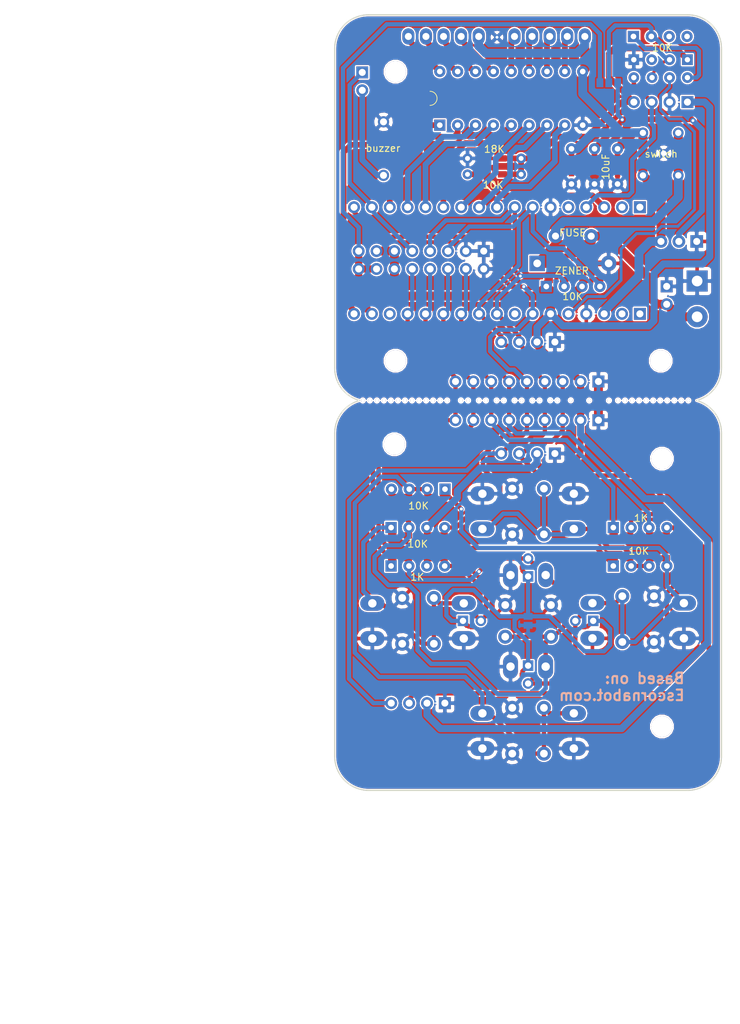
<source format=kicad_pcb>
(kicad_pcb (version 4) (host pcbnew 4.0.7-e2-6376~58~ubuntu16.04.1)
  (title_block (title Escorna_Ogaki_CPU_1_0) (date 2017-10-17) (rev 001) (company abierto.cc) (comment 2 "                               http://escornabot.com") (comment 4 "            Attribution-ShareAlike 4.0 International (CC BY-SA 4.0)"))
  (layers (0 F.Cu signal) (31 B.Cu signal) (34 B.Paste user) (35 F.Paste user) (36 B.SilkS user) (37 F.SilkS user) (38 B.Mask user) (39 F.Mask user) (44 Edge.Cuts user))
  (net 0 "")
  (net 1 GND)
  (net 2 "Net-(F1-Pad1)")
  (net 3 /D9)
  (net 4 /D8)
  (net 5 /MR4)
  (net 6 /D7)
  (net 7 /MR3)
  (net 8 /D6)
  (net 9 /MR2)
  (net 10 /D5)
  (net 11 /MR1)
  (net 12 /D4)
  (net 13 /ML4)
  (net 14 /ML3)
  (net 15 /ML2)
  (net 16 /ML1)
  (net 17 /D10)
  (net 18 "Net-(JP1-Pad2)")
  (net 19 "Net-(LED1-Pad1)")
  (net 20 "Net-(LED1-Pad2)")
  (net 21 /S1)
  (net 22 /A7)
  (net 23 /S2)
  (net 24 /S3)
  (net 25 /S5)
  (net 26 /S4)
  (net 27 /A0)
  (net 28 /5V)
  (net 29 /A1)
  (net 30 /A2)
  (net 31 /A3)
  (net 32 /TX3V3)
  (net 33 /TX)
  (net 34 /A6)
  (net 35 /A5)
  (net 36 /A4)
  (net 37 /D13)
  (net 38 /D11)
  (net 39 /3V3)
  (net 40 /RAW)
  (net 41 /RX)
  (net 42 /VIN)
  (net 43 "Net-(R6-Pad1)")
  (net 44 /RST)
  (net 45 /3V3R)
  (net 46 "Net-(R6-Pad2)")
  (net 47 "Net-(LED2-Pad2)")
  (net 48 "Net-(LED3-Pad2)")
  (net 49 "Net-(LED4-Pad2)")
  (net 50 "Net-(R6-Pad3)")
  (net 51 "Net-(R6-Pad4)")
  (net 52 /SCK)
  (net 53 /MISO)
  (net 54 /AREF)
  (net 55 /MOSI)
  (net 56 /SS)
  (net 57 "Net-(SV3-Pad5)")
  (net 58 "Net-(U2-Pad2)")
  (module LEDs:LED_D3.0mm (layer F.Cu) (at 134.256 120.99544 180)
    (fp_text reference LED4 hide)
    (fp_text value L)
    (pad 1 thru_hole rect (at 0 0 180) (size 1.5 1.5) (drill 0.9) (layers *.Cu *.Mask) (net 19 "Net-(LED1-Pad1)"))
    (pad 2 thru_hole circle (at 2.54 0 180) (size 1.5 1.5) (drill 0.9) (layers *.Cu *.Mask) (net 49 "Net-(LED4-Pad2)"))
  )
  (module LEDs:LED_D3.0mm (layer F.Cu) (at 125 114.681 90)
    (fp_text reference LED1 hide)
    (fp_text value L)
    (pad 1 thru_hole rect (at 0 0 90) (size 1.5 1.5) (drill 0.9) (layers *.Cu *.Mask) (net 19 "Net-(LED1-Pad1)"))
    (pad 2 thru_hole circle (at 2.54 0 90) (size 1.5 1.5) (drill 0.9) (layers *.Cu *.Mask) (net 20 "Net-(LED1-Pad2)"))
  )
  (module LEDs:LED_D3.0mm (layer F.Cu) (at 115.744 120.99544)
    (fp_text reference LED2 hide)
    (fp_text value L)
    (pad 1 thru_hole rect (at 0 0) (size 1.5 1.5) (drill 0.9) (layers *.Cu *.Mask) (net 19 "Net-(LED1-Pad1)"))
    (pad 2 thru_hole circle (at 2.54 0) (size 1.5 1.5) (drill 0.9) (layers *.Cu *.Mask) (net 47 "Net-(LED2-Pad2)"))
  )
  (module LEDs:LED_D3.0mm (layer F.Cu) (at 125 127.3556 270)
    (fp_text reference LED3 hide)
    (fp_text value L)
    (pad 1 thru_hole rect (at 0 0 270) (size 1.5 1.5) (drill 0.9) (layers *.Cu *.Mask) (net 19 "Net-(LED1-Pad1)"))
    (pad 2 thru_hole circle (at 2.54 0 270) (size 1.5 1.5) (drill 0.9) (layers *.Cu *.Mask) (net 48 "Net-(LED3-Pad2)"))
  )
  (module ComponentesVarios:hole_3mm (layer F.Cu) (at 143.891 136)
    (fp_text reference "" hide)
    (fp_text value hole)
    (pad 1 thru_hole circle (at 0.14 0) (size 3 3) (drill 3) (layers *.Cu *.Mask))
  )
  (module Pin_Headers:Pin_Header_Straight_1x04_Pitch2.54mm (layer F.Cu) (at 113.16716 132.6798 270)
    (fp_text reference U1 hide)
    (fp_text value CONN_01X04)
    (pad 1 thru_hole rect (at 0 0 270) (size 1.7 1.7) (drill 1) (layers *.Cu *.Mask) (net 1 GND))
    (pad 2 thru_hole oval (at 0 2.54 270) (size 1.7 1.7) (drill 1) (layers *.Cu *.Mask) (net 28 /5V))
    (pad 3 thru_hole oval (at 0 5.08 270) (size 1.7 1.7) (drill 1) (layers *.Cu *.Mask) (net 35 /A5))
    (pad 4 thru_hole oval (at 0 7.62 270) (size 1.7 1.7) (drill 1) (layers *.Cu *.Mask) (net 36 /A4))
  )
  (module Switch:Button (layer F.Cu) (at 125.00356 136.6266 180)
    (fp_text reference S3 hide)
    (fp_text value switch)
    (pad 3 thru_hole oval (at 6.5 2.5 180) (size 3.4332 2.1144) (drill 1.2) (layers *.Cu *.Mask) (net 24 /S3))
    (pad 2 thru_hole oval (at 6.5 -2.5 180) (size 3.4332 2.1144) (drill 1.2) (layers *.Cu *.Mask) (net 1 GND))
    (pad 1 thru_hole oval (at -6.5 -2.5 180) (size 3.4332 2.1144) (drill 1.2) (layers *.Cu *.Mask) (net 1 GND))
    (pad 4 thru_hole oval (at -6.5 2.5 180) (size 3.4332 2.1144) (drill 1.2) (layers *.Cu *.Mask) (net 24 /S3))
  )
  (module LEDs:LED_0603 (layer F.Cu) (at 124.99848 128.651)
    (fp_text reference LED3.1 hide)
    (fp_text value L)
    (pad 2 smd rect (at 0.8 0 180) (size 0.8 0.6) (layers F.Cu F.Paste F.Mask) (net 48 "Net-(LED3-Pad2)"))
    (pad 1 smd rect (at -0.8 0 180) (size 0.8 0.6) (layers F.Cu F.Paste F.Mask) (net 19 "Net-(LED1-Pad1)"))
  )
  (module LEDs:LED_0603 (layer F.Cu) (at 132.986 120.99544 90)
    (fp_text reference LED4.1 hide)
    (fp_text value L)
    (pad 2 smd rect (at 0.8 0 270) (size 0.8 0.6) (layers F.Cu F.Paste F.Mask) (net 49 "Net-(LED4-Pad2)"))
    (pad 1 smd rect (at -0.8 0 270) (size 0.8 0.6) (layers F.Cu F.Paste F.Mask) (net 19 "Net-(LED1-Pad1)"))
  )
  (module LEDs:LED_0603 (layer F.Cu) (at 117.0178 120.99544 90)
    (fp_text reference LED2.1 hide)
    (fp_text value L)
    (pad 2 smd rect (at 0.8 0 270) (size 0.8 0.6) (layers F.Cu F.Paste F.Mask) (net 47 "Net-(LED2-Pad2)"))
    (pad 1 smd rect (at -0.8 0 270) (size 0.8 0.6) (layers F.Cu F.Paste F.Mask) (net 19 "Net-(LED1-Pad1)"))
  )
  (module Switch:Button (layer F.Cu) (at 109.35716 121.00814 180)
    (fp_text reference S4 hide)
    (fp_text value switch)
    (pad 3 thru_hole oval (at 6.5 2.5 180) (size 3.4332 2.1144) (drill 1.2) (layers *.Cu *.Mask) (net 26 /S4))
    (pad 2 thru_hole oval (at 6.5 -2.5 180) (size 3.4332 2.1144) (drill 1.2) (layers *.Cu *.Mask) (net 1 GND))
    (pad 1 thru_hole oval (at -6.5 -2.5 180) (size 3.4332 2.1144) (drill 1.2) (layers *.Cu *.Mask) (net 1 GND))
    (pad 4 thru_hole oval (at -6.5 2.5 180) (size 3.4332 2.1144) (drill 1.2) (layers *.Cu *.Mask) (net 26 /S4))
  )
  (module Switch:Button (layer F.Cu) (at 125 120.99544 90)
    (fp_text reference S5 hide)
    (fp_text value switch)
    (pad 3 thru_hole oval (at 6.5 2.5 90) (size 3.4332 2.1144) (drill 1.2) (layers *.Cu *.Mask) (net 25 /S5))
    (pad 2 thru_hole oval (at 6.5 -2.5 90) (size 3.4332 2.1144) (drill 1.2) (layers *.Cu *.Mask) (net 1 GND))
    (pad 1 thru_hole oval (at -6.5 -2.5 90) (size 3.4332 2.1144) (drill 1.2) (layers *.Cu *.Mask) (net 1 GND))
    (pad 4 thru_hole oval (at -6.5 2.5 90) (size 3.4332 2.1144) (drill 1.2) (layers *.Cu *.Mask) (net 25 /S5))
  )
  (module LEDs:LED_0603 (layer F.Cu) (at 125.00864 113.42624)
    (fp_text reference LED1.1 hide)
    (fp_text value L)
    (pad 2 smd rect (at 0.8 0 180) (size 0.8 0.6) (layers F.Cu F.Paste F.Mask) (net 20 "Net-(LED1-Pad2)"))
    (pad 1 smd rect (at -0.8 0 180) (size 0.8 0.6) (layers F.Cu F.Paste F.Mask) (net 19 "Net-(LED1-Pad1)"))
  )
  (module Resistors_ThroughHole:R_Array_SIP4 (layer F.Cu) (at 105.52176 113.20272)
    (fp_text reference R4 hide)
    (fp_text value 1K)
    (pad 1 thru_hole rect (at 0 0) (size 1.6 1.6) (drill 0.8) (layers *.Cu *.Mask) (net 27 /A0))
    (pad 2 thru_hole oval (at 2.54 0) (size 1.6 1.6) (drill 0.8) (layers *.Cu *.Mask) (net 20 "Net-(LED1-Pad2)"))
    (pad 3 thru_hole oval (at 5.08 0) (size 1.6 1.6) (drill 0.8) (layers *.Cu *.Mask) (net 29 /A1))
    (pad 4 thru_hole oval (at 7.62 0) (size 1.6 1.6) (drill 0.8) (layers *.Cu *.Mask) (net 47 "Net-(LED2-Pad2)"))
  )
  (module Resistors_SMD:R_0603_HandSoldering (layer F.Cu) (at 111.87684 112.08512)
    (fp_text reference R8.1 hide)
    (fp_text value 1K (at -2.63144 2.6924) (layer F.SilkS))
    (pad 1 smd rect (at -1.1 0) (size 1.2 0.9) (layers F.Cu F.Paste F.Mask) (net 29 /A1))
    (pad 2 smd rect (at 1.1 0) (size 1.2 0.9) (layers F.Cu F.Paste F.Mask) (net 47 "Net-(LED2-Pad2)"))
  )
  (module Resistors_SMD:R_0603_HandSoldering (layer F.Cu) (at 106.79176 112.08512)
    (fp_text reference R6.1 hide)
    (fp_text value 1K)
    (pad 1 smd rect (at -1.1 0) (size 1.2 0.9) (layers F.Cu F.Paste F.Mask) (net 27 /A0))
    (pad 2 smd rect (at 1.1 0) (size 1.2 0.9) (layers F.Cu F.Paste F.Mask) (net 20 "Net-(LED1-Pad2)"))
  )
  (module Resistors_SMD:R_0603_HandSoldering (layer F.Cu) (at 106.79176 108.86948)
    (fp_text reference R5.1 hide)
    (fp_text value 10K)
    (pad 1 smd rect (at -1.1 0) (size 1.2 0.9) (layers F.Cu F.Paste F.Mask) (net 26 /S4))
    (pad 2 smd rect (at 1.1 0) (size 1.2 0.9) (layers F.Cu F.Paste F.Mask) (net 25 /S5))
  )
  (module Resistors_SMD:R_0603_HandSoldering (layer F.Cu) (at 111.87684 108.86948)
    (fp_text reference R7.1 hide)
    (fp_text value 10K)
    (pad 1 smd rect (at -1.1 0) (size 1.2 0.9) (layers F.Cu F.Paste F.Mask) (net 28 /5V))
    (pad 2 smd rect (at 1.1 0) (size 1.2 0.9) (layers F.Cu F.Paste F.Mask) (net 22 /A7))
  )
  (module Resistors_ThroughHole:R_Array_SIP4 (layer F.Cu) (at 105.52176 107.7468)
    (fp_text reference R3 hide)
    (fp_text value 10K (at 3.77952 2.3368) (layer F.SilkS))
    (pad 1 thru_hole rect (at 0 0) (size 1.6 1.6) (drill 0.8) (layers *.Cu *.Mask) (net 26 /S4))
    (pad 2 thru_hole oval (at 2.54 0) (size 1.6 1.6) (drill 0.8) (layers *.Cu *.Mask) (net 25 /S5))
    (pad 3 thru_hole oval (at 5.08 0) (size 1.6 1.6) (drill 0.8) (layers *.Cu *.Mask) (net 28 /5V))
    (pad 4 thru_hole oval (at 7.62 0) (size 1.6 1.6) (drill 0.8) (layers *.Cu *.Mask) (net 22 /A7))
  )
  (module Switch:Button (layer F.Cu) (at 140.64996 120.9802 180)
    (fp_text reference S2 hide)
    (fp_text value switch)
    (pad 3 thru_hole oval (at 6.5 2.5 180) (size 3.4332 2.1144) (drill 1.2) (layers *.Cu *.Mask) (net 23 /S2))
    (pad 2 thru_hole oval (at 6.5 -2.5 180) (size 3.4332 2.1144) (drill 1.2) (layers *.Cu *.Mask) (net 1 GND))
    (pad 1 thru_hole oval (at -6.5 -2.5 180) (size 3.4332 2.1144) (drill 1.2) (layers *.Cu *.Mask) (net 1 GND))
    (pad 4 thru_hole oval (at -6.5 2.5 180) (size 3.4332 2.1144) (drill 1.2) (layers *.Cu *.Mask) (net 23 /S2))
  )
  (module Resistors_SMD:R_0603_HandSoldering (layer F.Cu) (at 143.4592 112.0902 180)
    (fp_text reference R2.2 hide)
    (fp_text value 10K)
    (pad 1 smd rect (at -1.1 0 180) (size 1.2 0.9) (layers F.Cu F.Paste F.Mask) (net 23 /S2))
    (pad 2 smd rect (at 1.1 0 180) (size 1.2 0.9) (layers F.Cu F.Paste F.Mask) (net 21 /S1))
  )
  (module Resistors_SMD:R_0603_HandSoldering (layer F.Cu) (at 138.26236 112.08512 180)
    (fp_text reference R1.1 hide)
    (fp_text value 10K)
    (pad 1 smd rect (at -1.1 0 180) (size 1.2 0.9) (layers F.Cu F.Paste F.Mask) (net 21 /S1))
    (pad 2 smd rect (at 1.1 0 180) (size 1.2 0.9) (layers F.Cu F.Paste F.Mask) (net 22 /A7))
  )
  (module Resistors_ThroughHole:R_Array_SIP4 (layer F.Cu) (at 137.11428 113.20272)
    (fp_text reference R1 hide)
    (fp_text value 10K (at 3.62204 -2.11328) (layer F.SilkS))
    (pad 1 thru_hole rect (at 0 0) (size 1.6 1.6) (drill 0.8) (layers *.Cu *.Mask) (net 22 /A7))
    (pad 2 thru_hole oval (at 2.54 0) (size 1.6 1.6) (drill 0.8) (layers *.Cu *.Mask) (net 21 /S1))
    (pad 3 thru_hole oval (at 5.08 0) (size 1.6 1.6) (drill 0.8) (layers *.Cu *.Mask) (net 21 /S1))
    (pad 4 thru_hole oval (at 7.62 0) (size 1.6 1.6) (drill 0.8) (layers *.Cu *.Mask) (net 23 /S2))
  )
  (module Resistors_SMD:R_0603_HandSoldering (layer F.Cu) (at 143.4592 108.86948)
    (fp_text reference R10.1 hide)
    (fp_text value 100R hide)
    (pad 1 smd rect (at -1.1 0) (size 1.2 0.9) (layers F.Cu F.Paste F.Mask) (net 31 /A3))
    (pad 2 smd rect (at 1.1 0) (size 1.2 0.9) (layers F.Cu F.Paste F.Mask) (net 49 "Net-(LED4-Pad2)"))
  )
  (module Resistors_SMD:R_0603_HandSoldering (layer F.Cu) (at 138.26236 108.86948)
    (fp_text reference R9.1 hide)
    (fp_text value 1K (at 2.77876 -2.45364) (layer F.SilkS))
    (pad 1 smd rect (at -1.1 0) (size 1.2 0.9) (layers F.Cu F.Paste F.Mask) (net 30 /A2))
    (pad 2 smd rect (at 1.1 0) (size 1.2 0.9) (layers F.Cu F.Paste F.Mask) (net 48 "Net-(LED3-Pad2)"))
  )
  (module Resistors_ThroughHole:R_Array_SIP4 (layer F.Cu) (at 137.11428 107.7468)
    (fp_text reference R5 hide)
    (fp_text value 1K)
    (pad 1 thru_hole rect (at 0 0) (size 1.6 1.6) (drill 0.8) (layers *.Cu *.Mask) (net 30 /A2))
    (pad 2 thru_hole oval (at 2.54 0) (size 1.6 1.6) (drill 0.8) (layers *.Cu *.Mask) (net 48 "Net-(LED3-Pad2)"))
    (pad 3 thru_hole oval (at 5.08 0) (size 1.6 1.6) (drill 0.8) (layers *.Cu *.Mask) (net 31 /A3))
    (pad 4 thru_hole oval (at 7.62 0) (size 1.6 1.6) (drill 0.8) (layers *.Cu *.Mask) (net 49 "Net-(LED4-Pad2)"))
  )
  (module Switch:Button (layer F.Cu) (at 125.00356 105.44556)
    (fp_text reference S1 hide)
    (fp_text value switch)
    (pad 3 thru_hole oval (at 6.5 2.5) (size 3.4332 2.1144) (drill 1.2) (layers *.Cu *.Mask) (net 21 /S1))
    (pad 2 thru_hole oval (at 6.5 -2.5) (size 3.4332 2.1144) (drill 1.2) (layers *.Cu *.Mask) (net 1 GND))
    (pad 1 thru_hole oval (at -6.5 -2.5) (size 3.4332 2.1144) (drill 1.2) (layers *.Cu *.Mask) (net 1 GND))
    (pad 4 thru_hole oval (at -6.5 2.5) (size 3.4332 2.1144) (drill 1.2) (layers *.Cu *.Mask) (net 21 /S1))
  )
  (module Resistors_SMD:R_0603_HandSoldering (layer F.Cu) (at 106.83748 103.40848)
    (fp_text reference R4.1 hide)
    (fp_text value 10K)
    (pad 1 smd rect (at -1.1 0) (size 1.2 0.9) (layers F.Cu F.Paste F.Mask) (net 25 /S5))
    (pad 2 smd rect (at 1.1 0) (size 1.2 0.9) (layers F.Cu F.Paste F.Mask) (net 24 /S3))
  )
  (module Resistors_SMD:R_0603_HandSoldering (layer F.Cu) (at 111.93272 103.41356)
    (fp_text reference R3.1 hide)
    (fp_text value 10K (at -2.50952 1.25476) (layer F.SilkS))
    (pad 1 smd rect (at -1.1 0) (size 1.2 0.9) (layers F.Cu F.Paste F.Mask) (net 24 /S3))
    (pad 2 smd rect (at 1.1 0) (size 1.2 0.9) (layers F.Cu F.Paste F.Mask) (net 23 /S2))
  )
  (module Resistors_ThroughHole:R_Array_SIP4 (layer F.Cu) (at 113.18748 102.29088 180)
    (fp_text reference R2 hide)
    (fp_text value 10K)
    (pad 1 thru_hole rect (at 0 0 180) (size 1.6 1.6) (drill 0.8) (layers *.Cu *.Mask) (net 23 /S2))
    (pad 2 thru_hole oval (at 2.54 0 180) (size 1.6 1.6) (drill 0.8) (layers *.Cu *.Mask) (net 24 /S3))
    (pad 3 thru_hole oval (at 5.08 0 180) (size 1.6 1.6) (drill 0.8) (layers *.Cu *.Mask) (net 24 /S3))
    (pad 4 thru_hole oval (at 7.62 0 180) (size 1.6 1.6) (drill 0.8) (layers *.Cu *.Mask) (net 25 /S5))
  )
  (module ComponentesVarios:hole_3mm (layer F.Cu) (at 106.1466 95.9231)
    (fp_text reference "" hide)
    (fp_text value hole)
    (pad 1 thru_hole circle (at -0.15 0) (size 3 3) (drill 3) (layers *.Cu *.Mask))
  )
  (module ComponentesVarios:hole_3mm (layer F.Cu) (at 143.891 97.95764)
    (fp_text reference "" hide)
    (fp_text value hole)
    (pad 1 thru_hole circle (at 0.1344 0) (size 3 3) (drill 3) (layers *.Cu *.Mask))
  )
  (module Pin_Headers:Pin_Header_Straight_1x04_Pitch2.54mm (layer F.Cu) (at 128.81 97.2312 270)
    (fp_text reference U4 hide)
    (fp_text value CONN_01X04)
    (pad 1 thru_hole rect (at 0 0 270) (size 1.7 1.7) (drill 1) (layers *.Cu *.Mask) (net 1 GND))
    (pad 2 thru_hole oval (at 0 2.54 270) (size 1.7 1.7) (drill 1) (layers *.Cu *.Mask) (net 28 /5V))
    (pad 3 thru_hole oval (at 0 5.08 270) (size 1.7 1.7) (drill 1) (layers *.Cu *.Mask) (net 35 /A5))
    (pad 4 thru_hole oval (at 0 7.62 270) (size 1.7 1.7) (drill 1) (layers *.Cu *.Mask) (net 36 /A4))
  )
  (module Pin_Headers:Pin_Header_Straight_1x09_Pitch2.54mm (layer F.Cu) (at 135 92.5 270)
    (fp_text reference SV6 hide)
    (fp_text value CONN_01X09)
    (pad 1 thru_hole rect (at 0 0 270) (size 1.7 1.7) (drill 1) (layers *.Cu *.Mask) (net 1 GND))
    (pad 2 thru_hole oval (at 0 2.54 270) (size 1.7 1.7) (drill 1) (layers *.Cu *.Mask) (net 28 /5V))
    (pad 3 thru_hole oval (at 0 5.08 270) (size 1.7 1.7) (drill 1) (layers *.Cu *.Mask) (net 35 /A5))
    (pad 4 thru_hole oval (at 0 7.62 270) (size 1.7 1.7) (drill 1) (layers *.Cu *.Mask) (net 36 /A4))
    (pad 5 thru_hole oval (at 0 10.16 270) (size 1.7 1.7) (drill 1) (layers *.Cu *.Mask) (net 22 /A7))
    (pad 6 thru_hole oval (at 0 12.7 270) (size 1.7 1.7) (drill 1) (layers *.Cu *.Mask) (net 31 /A3))
    (pad 7 thru_hole oval (at 0 15.24 270) (size 1.7 1.7) (drill 1) (layers *.Cu *.Mask) (net 30 /A2))
    (pad 8 thru_hole oval (at 0 17.78 270) (size 1.7 1.7) (drill 1) (layers *.Cu *.Mask) (net 29 /A1))
    (pad 9 thru_hole oval (at 0 20.32 270) (size 1.7 1.7) (drill 1) (layers *.Cu *.Mask) (net 27 /A0))
  )
  (module Pin_Headers:Pin_Header_Straight_1x09_Pitch2.54mm (layer F.Cu) (at 135 87 270)
    (fp_text reference SV4 hide)
    (fp_text value CONN_01X09)
    (pad 1 thru_hole rect (at 0 0 270) (size 1.7 1.7) (drill 1) (layers *.Cu *.Mask) (net 1 GND))
    (pad 2 thru_hole oval (at 0 2.54 270) (size 1.7 1.7) (drill 1) (layers *.Cu *.Mask) (net 28 /5V))
    (pad 3 thru_hole oval (at 0 5.08 270) (size 1.7 1.7) (drill 1) (layers *.Cu *.Mask) (net 35 /A5))
    (pad 4 thru_hole oval (at 0 7.62 270) (size 1.7 1.7) (drill 1) (layers *.Cu *.Mask) (net 36 /A4))
    (pad 5 thru_hole oval (at 0 10.16 270) (size 1.7 1.7) (drill 1) (layers *.Cu *.Mask) (net 22 /A7))
    (pad 6 thru_hole oval (at 0 12.7 270) (size 1.7 1.7) (drill 1) (layers *.Cu *.Mask) (net 31 /A3))
    (pad 7 thru_hole oval (at 0 15.24 270) (size 1.7 1.7) (drill 1) (layers *.Cu *.Mask) (net 30 /A2))
    (pad 8 thru_hole oval (at 0 17.78 270) (size 1.7 1.7) (drill 1) (layers *.Cu *.Mask) (net 29 /A1))
    (pad 9 thru_hole oval (at 0 20.32 270) (size 1.7 1.7) (drill 1) (layers *.Cu *.Mask) (net 27 /A0))
  )
  (module ComponentesVarios:hole_3mm (layer F.Cu) (at 143.85798 84.05622)
    (fp_text reference "" hide)
    (fp_text value hole)
    (pad 1 thru_hole circle (at 0 0) (size 3 3) (drill 3) (layers *.Cu *.Mask))
  )
  (module Pin_Headers:Pin_Header_Straight_1x04_Pitch2.54mm (layer F.Cu) (at 128.81 81.39176 270)
    (fp_text reference U5 hide)
    (fp_text value CONN_01X04)
    (pad 1 thru_hole rect (at 0 0 270) (size 1.7 1.7) (drill 1) (layers *.Cu *.Mask) (net 1 GND))
    (pad 2 thru_hole oval (at 0 2.54 270) (size 1.7 1.7) (drill 1) (layers *.Cu *.Mask) (net 28 /5V))
    (pad 3 thru_hole oval (at 0 5.08 270) (size 1.7 1.7) (drill 1) (layers *.Cu *.Mask) (net 35 /A5))
    (pad 4 thru_hole oval (at 0 7.62 270) (size 1.7 1.7) (drill 1) (layers *.Cu *.Mask) (net 36 /A4))
  )
  (module ComponentesVarios:hole_3mm (layer F.Cu) (at 106.1466 84.0486)
    (fp_text reference "" hide)
    (fp_text value hole)
    (pad 1 thru_hole circle (at 0 0) (size 3 3) (drill 3) (layers *.Cu *.Mask))
  )
  (module Connect:bornier2 (layer F.Cu) (at 149.03196 72.7329 270)
    (fp_text reference X1 hide)
    (fp_text value Screw_Terminal_1x02)
    (pad 1 thru_hole rect (at 0 0 270) (size 3 3) (drill 1.52) (layers *.Cu *.Mask) (net 1 GND))
    (pad 2 thru_hole circle (at 5.08 0 270) (size 3 3) (drill 1.52) (layers *.Cu *.Mask) (net 2 "Net-(F1-Pad1)"))
  )
  (module Pin_Headers:Pin_Header_Angled_1x02_Pitch2.54mm (layer F.Cu) (at 144.7038 73.4949)
    (fp_text reference JP2 hide)
    (fp_text value CONN_01X02)
    (pad 1 thru_hole rect (at 0 0) (size 1.7 1.7) (drill 1) (layers *.Cu *.Mask) (net 1 GND))
    (pad 2 thru_hole oval (at 0 2.54) (size 1.7 1.7) (drill 1) (layers *.Cu *.Mask) (net 2 "Net-(F1-Pad1)"))
  )
  (module Pin_Headers:Pin_Header_Straight_1x17_Pitch2.54mm (layer F.Cu) (at 140.8938 77.3938 270)
    (fp_text reference SV2 hide)
    (fp_text value CONN_01X17)
    (pad 1 thru_hole rect (at 0 0 270) (size 1.7 1.7) (drill 1) (layers *.Cu *.Mask) (net 52 /SCK))
    (pad 2 thru_hole oval (at 0 2.54 270) (size 1.7 1.7) (drill 1) (layers *.Cu *.Mask) (net 53 /MISO))
    (pad 3 thru_hole oval (at 0 5.08 270) (size 1.7 1.7) (drill 1) (layers *.Cu *.Mask) (net 40 /RAW))
    (pad 4 thru_hole oval (at 0 7.62 270) (size 1.7 1.7) (drill 1) (layers *.Cu *.Mask) (net 1 GND))
    (pad 5 thru_hole oval (at 0 10.16 270) (size 1.7 1.7) (drill 1) (layers *.Cu *.Mask) (net 44 /RST))
    (pad 6 thru_hole oval (at 0 12.7 270) (size 1.7 1.7) (drill 1) (layers *.Cu *.Mask) (net 28 /5V))
    (pad 7 thru_hole oval (at 0 15.24 270) (size 1.7 1.7) (drill 1) (layers *.Cu *.Mask) (net 22 /A7))
    (pad 8 thru_hole oval (at 0 17.78 270) (size 1.7 1.7) (drill 1) (layers *.Cu *.Mask) (net 34 /A6))
    (pad 9 thru_hole oval (at 0 20.32 270) (size 1.7 1.7) (drill 1) (layers *.Cu *.Mask) (net 35 /A5))
    (pad 10 thru_hole oval (at 0 22.86 270) (size 1.7 1.7) (drill 1) (layers *.Cu *.Mask) (net 36 /A4))
    (pad 11 thru_hole oval (at 0 25.4 270) (size 1.7 1.7) (drill 1) (layers *.Cu *.Mask) (net 31 /A3))
    (pad 12 thru_hole oval (at 0 27.94 270) (size 1.7 1.7) (drill 1) (layers *.Cu *.Mask) (net 30 /A2))
    (pad 13 thru_hole oval (at 0 30.48 270) (size 1.7 1.7) (drill 1) (layers *.Cu *.Mask) (net 29 /A1))
    (pad 14 thru_hole oval (at 0 33.02 270) (size 1.7 1.7) (drill 1) (layers *.Cu *.Mask) (net 27 /A0))
    (pad 15 thru_hole oval (at 0 35.56 270) (size 1.7 1.7) (drill 1) (layers *.Cu *.Mask) (net 54 /AREF))
    (pad 16 thru_hole oval (at 0 38.1 270) (size 1.7 1.7) (drill 1) (layers *.Cu *.Mask) (net 39 /3V3))
    (pad 17 thru_hole oval (at 0 40.64 270) (size 1.7 1.7) (drill 1) (layers *.Cu *.Mask) (net 37 /D13))
  )
  (module Pin_Headers:Pin_Header_Straight_2x08_Pitch2.54mm (layer F.Cu) (at 118.6942 68.4784 270)
    (fp_text reference SV1 hide)
    (fp_text value CONN_02X08)
    (pad 1 thru_hole rect (at 0 0 270) (size 1.7 1.7) (drill 1) (layers *.Cu *.Mask) (net 1 GND))
    (pad 2 thru_hole oval (at 2.54 0 270) (size 1.7 1.7) (drill 1) (layers *.Cu *.Mask) (net 1 GND))
    (pad 3 thru_hole oval (at 0 2.54 270) (size 1.7 1.7) (drill 1) (layers *.Cu *.Mask) (net 1 GND))
    (pad 4 thru_hole oval (at 2.54 2.54 270) (size 1.7 1.7) (drill 1) (layers *.Cu *.Mask) (net 31 /A3))
    (pad 5 thru_hole oval (at 0 5.08 270) (size 1.7 1.7) (drill 1) (layers *.Cu *.Mask) (net 36 /A4))
    (pad 6 thru_hole oval (at 2.54 5.08 270) (size 1.7 1.7) (drill 1) (layers *.Cu *.Mask) (net 30 /A2))
    (pad 7 thru_hole oval (at 0 7.62 270) (size 1.7 1.7) (drill 1) (layers *.Cu *.Mask) (net 35 /A5))
    (pad 8 thru_hole oval (at 2.54 7.62 270) (size 1.7 1.7) (drill 1) (layers *.Cu *.Mask) (net 29 /A1))
    (pad 9 thru_hole oval (at 0 10.16 270) (size 1.7 1.7) (drill 1) (layers *.Cu *.Mask) (net 38 /D11))
    (pad 10 thru_hole oval (at 2.54 10.16 270) (size 1.7 1.7) (drill 1) (layers *.Cu *.Mask) (net 27 /A0))
    (pad 11 thru_hole oval (at 0 12.7 270) (size 1.7 1.7) (drill 1) (layers *.Cu *.Mask) (net 28 /5V))
    (pad 12 thru_hole oval (at 2.54 12.7 270) (size 1.7 1.7) (drill 1) (layers *.Cu *.Mask) (net 28 /5V))
    (pad 13 thru_hole oval (at 0 15.24 270) (size 1.7 1.7) (drill 1) (layers *.Cu *.Mask) (net 28 /5V))
    (pad 14 thru_hole oval (at 2.54 15.24 270) (size 1.7 1.7) (drill 1) (layers *.Cu *.Mask) (net 39 /3V3))
    (pad 15 thru_hole oval (at 0 17.78 270) (size 1.7 1.7) (drill 1) (layers *.Cu *.Mask) (net 39 /3V3))
    (pad 16 thru_hole oval (at 2.54 17.78 270) (size 1.7 1.7) (drill 1) (layers *.Cu *.Mask) (net 39 /3V3))
  )
  (module Resistors_SMD:R_0603_HandSoldering (layer F.Cu) (at 129.02946 72.57796)
    (fp_text reference R14A.1 hide)
    (fp_text value 10K hide)
    (pad 1 smd rect (at -1.1 0) (size 1.2 0.9) (layers F.Cu F.Paste F.Mask) (net 28 /5V))
    (pad 2 smd rect (at 1.1 0) (size 1.2 0.9) (layers F.Cu F.Paste F.Mask) (net 35 /A5))
  )
  (module Resistors_SMD:R_0603_HandSoldering (layer F.Cu) (at 133.99516 72.59828)
    (fp_text reference R14B.1 hide)
    (fp_text value 10K hide)
    (pad 1 smd rect (at -1.1 0) (size 1.2 0.9) (layers F.Cu F.Paste F.Mask) (net 28 /5V))
    (pad 2 smd rect (at 1.1 0) (size 1.2 0.9) (layers F.Cu F.Paste F.Mask) (net 36 /A4))
  )
  (module Resistors_ThroughHole:R_Array_SIP4 (layer F.Cu) (at 127.58928 73.50252)
    (fp_text reference R14 hide)
    (fp_text value 10K (at 3.74904 1.43256) (layer F.SilkS))
    (pad 1 thru_hole rect (at 0 0) (size 1.6 1.6) (drill 0.8) (layers *.Cu *.Mask) (net 28 /5V))
    (pad 2 thru_hole oval (at 2.54 0) (size 1.6 1.6) (drill 0.8) (layers *.Cu *.Mask) (net 35 /A5))
    (pad 3 thru_hole oval (at 5.08 0) (size 1.6 1.6) (drill 0.8) (layers *.Cu *.Mask) (net 28 /5V))
    (pad 4 thru_hole oval (at 7.62 0) (size 1.6 1.6) (drill 0.8) (layers *.Cu *.Mask) (net 36 /A4))
  )
  (module Diodes_SMD:D_0603 (layer F.Cu) (at 131.32308 70.22592)
    (fp_text reference D1.1 hide)
    (fp_text value ZENER hide)
    (pad 1 smd rect (at -0.85 0) (size 0.6 0.8) (layers F.Cu F.Paste F.Mask) (net 42 /VIN))
    (pad 2 smd rect (at 0.85 0) (size 0.6 0.8) (layers F.Cu F.Paste F.Mask) (net 1 GND))
  )
  (module Diodes_ThroughHole:D_DO-41_SOD81_P10.16mm_Horizontal (layer F.Cu) (at 126.29388 70.22592)
    (fp_text reference D1 hide)
    (fp_text value ZENER (at 4.93014 1.05918) (layer F.SilkS))
    (pad 1 thru_hole rect (at 0 0) (size 2.2 2.2) (drill 1.1) (layers *.Cu *.Mask) (net 42 /VIN))
    (pad 2 thru_hole oval (at 10.16 0) (size 2.2 2.2) (drill 1.1) (layers *.Cu *.Mask) (net 1 GND))
  )
  (module Resistors_SMD:R_1206_HandSoldering (layer F.Cu) (at 131.318 67.78244 180)
    (fp_text reference F1.1 hide)
    (fp_text value FUSE (at 0 1.9 180) (layer F.SilkS))
    (pad 1 smd rect (at -2 0 180) (size 2 1.7) (layers F.Cu F.Paste F.Mask) (net 2 "Net-(F1-Pad1)"))
    (pad 2 smd rect (at 2 0 180) (size 2 1.7) (layers F.Cu F.Paste F.Mask) (net 42 /VIN))
  )
  (module Fuse_Holders_and_Fuses:Fuse_TE5_Littlefuse-395Series (layer F.Cu) (at 133.97484 66.36004 180)
    (fp_text reference F1 hide)
    (fp_text value FUSE)
    (pad 1 thru_hole circle (at 0 0 180) (size 2 2) (drill 1) (layers *.Cu *.Mask) (net 2 "Net-(F1-Pad1)"))
    (pad 2 thru_hole circle (at 5.08 0.01 180) (size 2 2) (drill 1) (layers *.Cu *.Mask) (net 42 /VIN))
  )
  (module Pin_Headers:Pin_Header_Straight_1x17_Pitch2.54mm (layer F.Cu) (at 140.8938 62.25032 270)
    (fp_text reference SV3 hide)
    (fp_text value CONN_01X17)
    (pad 1 thru_hole rect (at 0 0 270) (size 1.7 1.7) (drill 1) (layers *.Cu *.Mask) (net 55 /MOSI))
    (pad 2 thru_hole oval (at 0 2.54 270) (size 1.7 1.7) (drill 1) (layers *.Cu *.Mask) (net 56 /SS))
    (pad 3 thru_hole oval (at 0 5.08 270) (size 1.7 1.7) (drill 1) (layers *.Cu *.Mask) (net 33 /TX))
    (pad 4 thru_hole oval (at 0 7.62 270) (size 1.7 1.7) (drill 1) (layers *.Cu *.Mask) (net 41 /RX))
    (pad 5 thru_hole oval (at 0 10.16 270) (size 1.7 1.7) (drill 1) (layers *.Cu *.Mask) (net 57 "Net-(SV3-Pad5)"))
    (pad 6 thru_hole oval (at 0 12.7 270) (size 1.7 1.7) (drill 1) (layers *.Cu *.Mask) (net 1 GND))
    (pad 7 thru_hole oval (at 0 15.24 270) (size 1.7 1.7) (drill 1) (layers *.Cu *.Mask) (net 36 /A4))
    (pad 8 thru_hole oval (at 0 17.78 270) (size 1.7 1.7) (drill 1) (layers *.Cu *.Mask) (net 35 /A5))
    (pad 9 thru_hole oval (at 0 20.32 270) (size 1.7 1.7) (drill 1) (layers *.Cu *.Mask) (net 12 /D4))
    (pad 10 thru_hole oval (at 0 22.86 270) (size 1.7 1.7) (drill 1) (layers *.Cu *.Mask) (net 10 /D5))
    (pad 11 thru_hole oval (at 0 25.4 270) (size 1.7 1.7) (drill 1) (layers *.Cu *.Mask) (net 8 /D6))
    (pad 12 thru_hole oval (at 0 27.94 270) (size 1.7 1.7) (drill 1) (layers *.Cu *.Mask) (net 6 /D7))
    (pad 13 thru_hole oval (at 0 30.48 270) (size 1.7 1.7) (drill 1) (layers *.Cu *.Mask) (net 4 /D8))
    (pad 14 thru_hole oval (at 0 33.02 270) (size 1.7 1.7) (drill 1) (layers *.Cu *.Mask) (net 3 /D9))
    (pad 15 thru_hole oval (at 0 35.56 270) (size 1.7 1.7) (drill 1) (layers *.Cu *.Mask) (net 17 /D10))
    (pad 16 thru_hole oval (at 0 38.1 270) (size 1.7 1.7) (drill 1) (layers *.Cu *.Mask) (net 38 /D11))
    (pad 17 thru_hole oval (at 0 40.64 270) (size 1.7 1.7) (drill 1) (layers *.Cu *.Mask) (net 22 /A7))
  )
  (module Capacitors_SMD:C_0603_HandSoldering (layer F.Cu) (at 134.4422 56.4642 270)
    (fp_text reference C4.1 hide)
    (fp_text value 10uF hide)
    (pad 1 smd rect (at -0.95 0 270) (size 1.2 0.75) (layers F.Cu F.Paste F.Mask) (net 45 /3V3R))
    (pad 2 smd rect (at 0.95 0 270) (size 1.2 0.75) (layers F.Cu F.Paste F.Mask) (net 1 GND))
  )
  (module Capacitors_SMD:C_0603_HandSoldering (layer F.Cu) (at 137.7188 56.4642 90)
    (fp_text reference C3.1 hide)
    (fp_text value 10uF (at -0.03048 -1.67132 90) (layer F.SilkS))
    (pad 1 smd rect (at -0.95 0 90) (size 1.2 0.75) (layers F.Cu F.Paste F.Mask) (net 1 GND))
    (pad 2 smd rect (at 0.95 0 90) (size 1.2 0.75) (layers F.Cu F.Paste F.Mask) (net 40 /RAW))
  )
  (module Capacitors_ThroughHole:C_Disc_D5.0mm_W2.5mm_P5.00mm (layer F.Cu) (at 137.7188 58.9534 90)
    (fp_text reference C3 hide)
    (fp_text value 10uF hide)
    (pad 1 thru_hole circle (at 0 0 90) (size 1.6 1.6) (drill 0.8) (layers *.Cu *.Mask) (net 1 GND))
    (pad 2 thru_hole circle (at 5 0 90) (size 1.6 1.6) (drill 0.8) (layers *.Cu *.Mask) (net 40 /RAW))
  )
  (module Capacitors_ThroughHole:C_Disc_D5.0mm_W2.5mm_P5.00mm (layer F.Cu) (at 134.4422 53.9496 270)
    (fp_text reference C4 hide)
    (fp_text value 10uF hide)
    (pad 1 thru_hole circle (at 0 0 270) (size 1.6 1.6) (drill 0.8) (layers *.Cu *.Mask) (net 45 /3V3R))
    (pad 2 thru_hole circle (at 5 0 270) (size 1.6 1.6) (drill 0.8) (layers *.Cu *.Mask) (net 1 GND))
  )
  (module Resistors_ThroughHole:R_Axial_DIN0204_L3.6mm_D1.6mm_P7.62mm_Horizontal (layer F.Cu) (at 124.0066 57.5818 180)
    (fp_text reference R12 hide)
    (fp_text value 10K (at 3.9751 -1.5113 180) (layer F.SilkS))
    (pad 1 thru_hole circle (at 0 0 180) (size 1.4 1.4) (drill 0.7) (layers *.Cu *.Mask) (net 32 /TX3V3))
    (pad 2 thru_hole oval (at 7.62 0 180) (size 1.4 1.4) (drill 0.7) (layers *.Cu *.Mask) (net 33 /TX))
  )
  (module Resistors_SMD:R_0603_HandSoldering (layer F.Cu) (at 120.1966 57.5818 180)
    (fp_text reference R12.1 hide)
    (fp_text value 10K hide)
    (pad 1 smd rect (at -1.1 0 180) (size 1.2 0.9) (layers F.Cu F.Paste F.Mask) (net 32 /TX3V3))
    (pad 2 smd rect (at 1.1 0 180) (size 1.2 0.9) (layers F.Cu F.Paste F.Mask) (net 33 /TX))
  )
  (module Resistors_ThroughHole:R_Axial_DIN0204_L3.6mm_D1.6mm_P7.62mm_Horizontal (layer F.Cu) (at 124.0066 55.3212 180)
    (fp_text reference R13 hide)
    (fp_text value 18K (at 3.81254 1.31318 180) (layer F.SilkS))
    (pad 1 thru_hole circle (at 0 0 180) (size 1.4 1.4) (drill 0.7) (layers *.Cu *.Mask) (net 32 /TX3V3))
    (pad 2 thru_hole oval (at 7.62 0 180) (size 1.4 1.4) (drill 0.7) (layers *.Cu *.Mask) (net 1 GND))
  )
  (module Resistors_SMD:R_0603_HandSoldering (layer F.Cu) (at 120.1966 55.3212 180)
    (fp_text reference R13.1 hide)
    (fp_text value 18K hide)
    (pad 1 smd rect (at -1.1 0 180) (size 1.2 0.9) (layers F.Cu F.Paste F.Mask) (net 32 /TX3V3))
    (pad 2 smd rect (at 1.1 0 180) (size 1.2 0.9) (layers F.Cu F.Paste F.Mask) (net 1 GND))
  )
  (module Capacitors_ThroughHole:C_Disc_D5.0mm_W2.5mm_P5.00mm (layer F.Cu) (at 131.1656 58.9534 90)
    (fp_text reference C2 hide)
    (fp_text value 100nF hide)
    (pad 1 thru_hole circle (at 0 0 90) (size 1.6 1.6) (drill 0.8) (layers *.Cu *.Mask) (net 1 GND))
    (pad 2 thru_hole circle (at 5 0 90) (size 1.6 1.6) (drill 0.8) (layers *.Cu *.Mask) (net 40 /RAW))
  )
  (module Capacitors_SMD:C_0603_HandSoldering (layer F.Cu) (at 131.1656 56.3118 90)
    (fp_text reference C2.1 hide)
    (fp_text value 100nF hide)
    (pad 1 smd rect (at -0.95 0 90) (size 1.2 0.75) (layers F.Cu F.Paste F.Mask) (net 1 GND))
    (pad 2 smd rect (at 0.95 0 90) (size 1.2 0.75) (layers F.Cu F.Paste F.Mask) (net 40 /RAW))
  )
  (module ComponentesVarios:hole_3mm (layer F.Cu) (at 106.1466 43)
    (fp_text reference "" hide)
    (fp_text value hole)
    (pad 1 thru_hole circle (at 0 0) (size 3 3) (drill 3) (layers *.Cu *.Mask))
  )
  (module Buzzers_Beepers:MagneticBuzzer_StarMicronics_HMB-06_HMB-12 (layer F.Cu) (at 104.4448 57.7342 90)
    (fp_text reference Z1 hide)
    (fp_text value buzzer (at 3.86588 -0.06096 180) (layer F.SilkS))
    (pad 1 thru_hole circle (at 0.01016 0 90) (size 1.6002 1.6002) (drill 1.00076) (layers *.Cu *.Mask) (net 18 "Net-(JP1-Pad2)"))
    (pad 2 thru_hole circle (at 7.60984 0 90) (size 1.6002 1.6002) (drill 1.00076) (layers *.Cu *.Mask) (net 1 GND))
  )
  (module Housings_DIP:DIP-18_W7.62mm_Socket (layer F.Cu) (at 112.4458 50.5968 90)
    (fp_text reference IC1 hide)
    (fp_text value ULN2803)
    (pad 1 thru_hole rect (at 0 0 90) (size 1.6 1.6) (drill 0.8) (layers *.Cu *.Mask) (net 37 /D13))
    (pad 10 thru_hole oval (at 7.62 20.32 90) (size 1.6 1.6) (drill 0.8) (layers *.Cu *.Mask) (net 40 /RAW))
    (pad 2 thru_hole oval (at 0 2.54 90) (size 1.6 1.6) (drill 0.8) (layers *.Cu *.Mask) (net 17 /D10))
    (pad 11 thru_hole oval (at 7.62 17.78 90) (size 1.6 1.6) (drill 0.8) (layers *.Cu *.Mask) (net 5 /MR4))
    (pad 3 thru_hole oval (at 0 5.08 90) (size 1.6 1.6) (drill 0.8) (layers *.Cu *.Mask) (net 3 /D9))
    (pad 12 thru_hole oval (at 7.62 15.24 90) (size 1.6 1.6) (drill 0.8) (layers *.Cu *.Mask) (net 7 /MR3))
    (pad 4 thru_hole oval (at 0 7.62 90) (size 1.6 1.6) (drill 0.8) (layers *.Cu *.Mask) (net 4 /D8))
    (pad 13 thru_hole oval (at 7.62 12.7 90) (size 1.6 1.6) (drill 0.8) (layers *.Cu *.Mask) (net 9 /MR2))
    (pad 5 thru_hole oval (at 0 10.16 90) (size 1.6 1.6) (drill 0.8) (layers *.Cu *.Mask) (net 6 /D7))
    (pad 14 thru_hole oval (at 7.62 10.16 90) (size 1.6 1.6) (drill 0.8) (layers *.Cu *.Mask) (net 11 /MR1))
    (pad 6 thru_hole oval (at 0 12.7 90) (size 1.6 1.6) (drill 0.8) (layers *.Cu *.Mask) (net 8 /D6))
    (pad 15 thru_hole oval (at 7.62 7.62 90) (size 1.6 1.6) (drill 0.8) (layers *.Cu *.Mask) (net 13 /ML4))
    (pad 7 thru_hole oval (at 0 15.24 90) (size 1.6 1.6) (drill 0.8) (layers *.Cu *.Mask) (net 10 /D5))
    (pad 16 thru_hole oval (at 7.62 5.08 90) (size 1.6 1.6) (drill 0.8) (layers *.Cu *.Mask) (net 14 /ML3))
    (pad 8 thru_hole oval (at 0 17.78 90) (size 1.6 1.6) (drill 0.8) (layers *.Cu *.Mask) (net 12 /D4))
    (pad 17 thru_hole oval (at 7.62 2.54 90) (size 1.6 1.6) (drill 0.8) (layers *.Cu *.Mask) (net 15 /ML2))
    (pad 9 thru_hole oval (at 0 20.32 90) (size 1.6 1.6) (drill 0.8) (layers *.Cu *.Mask) (net 1 GND))
    (pad 18 thru_hole oval (at 7.62 0 90) (size 1.6 1.6) (drill 0.8) (layers *.Cu *.Mask) (net 16 /ML1))
  )
  (module Pin_Headers:Pin_Header_Straight_1x02_Pitch2.54mm (layer F.Cu) (at 101.4222 43.1038)
    (fp_text reference JP1 hide)
    (fp_text value CONN_01X02)
    (pad 1 thru_hole rect (at 0 0) (size 1.7 1.7) (drill 1) (layers *.Cu *.Mask) (net 38 /D11))
    (pad 2 thru_hole oval (at 0 2.54) (size 1.7 1.7) (drill 1) (layers *.Cu *.Mask) (net 18 "Net-(JP1-Pad2)"))
  )
  (module user_molex:B5B-XH-A (layer F.Cu) (at 112.9792 37.9984)
    (fp_text reference XH3 hide)
    (fp_text value CONN_01X05)
    (pad 3 thru_hole oval (at 0 0) (size 1.724 2.31) (drill 1) (layers *.Cu *.Mask) (net 14 /ML3))
    (pad 2 thru_hole oval (at 2.5 0) (size 1.724 2.31) (drill 1) (layers *.Cu *.Mask) (net 13 /ML4))
    (pad 1 thru_hole oval (at 5 0) (size 1.724 2.31) (drill 1) (layers *.Cu *.Mask) (net 40 /RAW))
    (pad 5 thru_hole oval (at -5 0) (size 1.724 2.31) (drill 1) (layers *.Cu *.Mask) (net 16 /ML1))
    (pad 4 thru_hole oval (at -2.5 0) (size 1.724 2.31) (drill 1) (layers *.Cu *.Mask) (net 15 /ML2))
  )
  (module user_molex:B5B-XH-A (layer F.Cu) (at 128.0668 37.9984)
    (fp_text reference XH4 hide)
    (fp_text value CONN_01X05)
    (pad 3 thru_hole oval (at 0 0) (size 1.724 2.31) (drill 1) (layers *.Cu *.Mask) (net 7 /MR3))
    (pad 2 thru_hole oval (at 2.5 0) (size 1.724 2.31) (drill 1) (layers *.Cu *.Mask) (net 5 /MR4))
    (pad 1 thru_hole oval (at 5 0) (size 1.724 2.31) (drill 1) (layers *.Cu *.Mask) (net 40 /RAW))
    (pad 5 thru_hole oval (at -5 0) (size 1.724 2.31) (drill 1) (layers *.Cu *.Mask) (net 11 /MR1))
    (pad 4 thru_hole oval (at -2.5 0) (size 1.724 2.31) (drill 1) (layers *.Cu *.Mask) (net 9 /MR2))
  )
  (module Pin_Headers:Pin_Header_Straight_1x04_Pitch2.54mm (layer F.Cu) (at 147.65528 47.3202 270)
    (fp_text reference U3 hide)
    (fp_text value CONN_01X04)
    (pad 1 thru_hole rect (at 0 0 270) (size 1.7 1.7) (drill 1) (layers *.Cu *.Mask) (net 28 /5V))
    (pad 2 thru_hole oval (at 0 2.54 270) (size 1.7 1.7) (drill 1) (layers *.Cu *.Mask) (net 1 GND))
    (pad 3 thru_hole oval (at 0 5.08 270) (size 1.7 1.7) (drill 1) (layers *.Cu *.Mask) (net 41 /RX))
    (pad 4 thru_hole oval (at 0 7.62 270) (size 1.7 1.7) (drill 1) (layers *.Cu *.Mask) (net 32 /TX3V3))
  )
  (module Resistors_ThroughHole:R_Array_SIP4 (layer F.Cu) (at 139.9794 37.9984)
    (fp_text reference R6 hide)
    (fp_text value 10K (at 4.1148 1.6256) (layer F.SilkS))
    (pad 1 thru_hole rect (at 0 0) (size 1.6 1.6) (drill 0.8) (layers *.Cu *.Mask) (net 43 "Net-(R6-Pad1)"))
    (pad 2 thru_hole oval (at 2.54 0) (size 1.6 1.6) (drill 0.8) (layers *.Cu *.Mask) (net 46 "Net-(R6-Pad2)"))
    (pad 3 thru_hole oval (at 5.08 0) (size 1.6 1.6) (drill 0.8) (layers *.Cu *.Mask) (net 50 "Net-(R6-Pad3)"))
    (pad 4 thru_hole oval (at 7.62 0) (size 1.6 1.6) (drill 0.8) (layers *.Cu *.Mask) (net 51 "Net-(R6-Pad4)"))
  )
  (module escornabot:ESP01 (layer F.Cu) (at 143.8402 33.0708 90)
    (fp_text reference U2 hide)
    (fp_text value ESP01)
    (pad 1 thru_hole rect (at -8.2296 -3.81 90) (size 1.524 1.524) (drill 0.762) (layers *.Cu *.Mask) (net 1 GND))
    (pad 2 thru_hole circle (at -8.2296 -1.27 90) (size 1.524 1.524) (drill 0.762) (layers *.Cu *.Mask) (net 58 "Net-(U2-Pad2)"))
    (pad 3 thru_hole circle (at -8.2296 1.27 90) (size 1.524 1.524) (drill 0.762) (layers *.Cu *.Mask) (net 43 "Net-(R6-Pad1)"))
    (pad 4 thru_hole rect (at -8.2296 3.81 90) (size 1.524 1.524) (drill 0.762) (layers *.Cu *.Mask) (net 32 /TX3V3))
    (pad 5 thru_hole circle (at -10.7696 3.81 90) (size 1.524 1.524) (drill 0.762) (layers *.Cu *.Mask) (net 46 "Net-(R6-Pad2)"))
    (pad 6 thru_hole circle (at -10.7696 1.27 90) (size 1.524 1.524) (drill 0.762) (layers *.Cu *.Mask) (net 44 /RST))
    (pad 7 thru_hole circle (at -10.7696 -1.2192 90) (size 1.524 1.524) (drill 0.762) (layers *.Cu *.Mask) (net 43 "Net-(R6-Pad1)"))
    (pad 8 thru_hole circle (at -10.7696 -3.81 90) (size 1.524 1.524) (drill 0.762) (layers *.Cu *.Mask) (net 41 /RX))
  )
  (module Connect:GS2 (layer B.Cu) (at 125 120.99544 180)
    (fp_text reference SJ2 hide)
    (fp_text value JUMPER)
    (pad 1 smd rect (at 0 0.64 180) (size 1.27 0.97) (layers B.Cu B.Paste B.Mask) (net 19 "Net-(LED1-Pad1)"))
    (pad 2 smd rect (at 0 -0.64 180) (size 1.27 0.97) (layers B.Cu B.Paste B.Mask) (net 1 GND))
  )
  (module TO_SOT_Packages_THT:TO-220_Vertical (layer B.Cu) (at 148.97608 67.11188 180)
    (fp_text reference U6 hide)
    (fp_text value LM1117-SOT)
    (pad 1 thru_hole rect (at 0 0 180) (size 1.8 1.8) (drill 1) (layers *.Cu *.Mask) (net 1 GND))
    (pad 2 thru_hole oval (at 2.54 0 180) (size 1.8 1.8) (drill 1) (layers *.Cu *.Mask) (net 45 /3V3R))
    (pad 3 thru_hole oval (at 5.08 0 180) (size 1.8 1.8) (drill 1) (layers *.Cu *.Mask) (net 40 /RAW))
  )
  (module Connect:GS3 (layer B.Cu) (at 136.4742 44.577 90)
    (fp_text reference SJ1 hide)
    (fp_text value GS3)
    (pad 1 smd rect (at 0 1.27 90) (size 1.27 0.97) (layers B.Cu B.Paste B.Mask) (net 45 /3V3R))
    (pad 2 smd rect (at 0 0 90) (size 1.27 0.97) (layers B.Cu B.Paste B.Mask) (net 46 "Net-(R6-Pad2)"))
    (pad 3 smd rect (at 0 -1.27 90) (size 1.27 0.97) (layers B.Cu B.Paste B.Mask) (net 39 /3V3))
  )
  (module Wire_Pads:SolderWirePad_single_0-8mmDrill (layer F.Cu) (at 120.57888 38.11524)
    (fp_text reference "" hide)
    (fp_text value "" hide)
    (pad 1 thru_hole circle (at 0 0) (size 0.8 0.8) (drill 0.4) (layers *.Cu *.Mask) (net 1 GND))
  )
  (module borde:svg2mod (layer F.Cu) (at 125 90)
    (fp_text reference svg2mod hide)
    (fp_text value G*** hide)
    (fp_line (start -22.705212 -55.068637) (end -22.952448 -55.062437) (layer Edge.Cuts) (width 0.155643))
    (fp_line (start -22.952448 -55.062437) (end -23.196354 -55.044035) (layer Edge.Cuts) (width 0.155643))
    (fp_line (start -23.196354 -55.044035) (end -23.436635 -55.013728) (layer Edge.Cuts) (width 0.155643))
    (fp_line (start -23.436635 -55.013728) (end -23.672993 -54.97181) (layer Edge.Cuts) (width 0.155643))
    (fp_line (start -23.672993 -54.97181) (end -23.905132 -54.918579) (layer Edge.Cuts) (width 0.155643))
    (fp_line (start -23.905132 -54.918579) (end -24.132756 -54.85433) (layer Edge.Cuts) (width 0.155643))
    (fp_line (start -24.132756 -54.85433) (end -24.355569 -54.779359) (layer Edge.Cuts) (width 0.155643))
    (fp_line (start -24.355569 -54.779359) (end -24.573274 -54.693962) (layer Edge.Cuts) (width 0.155643))
    (fp_line (start -24.573274 -54.693962) (end -24.785574 -54.598436) (layer Edge.Cuts) (width 0.155643))
    (fp_line (start -24.785574 -54.598436) (end -24.992174 -54.493076) (layer Edge.Cuts) (width 0.155643))
    (fp_line (start -24.992174 -54.493076) (end -25.192778 -54.378179) (layer Edge.Cuts) (width 0.155643))
    (fp_line (start -25.192778 -54.378179) (end -25.387087 -54.25404) (layer Edge.Cuts) (width 0.155643))
    (fp_line (start -25.387087 -54.25404) (end -25.574808 -54.120955) (layer Edge.Cuts) (width 0.155643))
    (fp_line (start -25.574808 -54.120955) (end -25.755642 -53.979222) (layer Edge.Cuts) (width 0.155643))
    (fp_line (start -25.755642 -53.979222) (end -25.929294 -53.829134) (layer Edge.Cuts) (width 0.155643))
    (fp_line (start -25.929294 -53.829134) (end -26.095467 -53.67099) (layer Edge.Cuts) (width 0.155643))
    (fp_line (start -26.095467 -53.67099) (end -26.253865 -53.505084) (layer Edge.Cuts) (width 0.155643))
    (fp_line (start -26.253865 -53.505084) (end -26.404192 -53.331714) (layer Edge.Cuts) (width 0.155643))
    (fp_line (start -26.404192 -53.331714) (end -26.546151 -53.151174) (layer Edge.Cuts) (width 0.155643))
    (fp_line (start -26.546151 -53.151174) (end -26.679445 -52.963761) (layer Edge.Cuts) (width 0.155643))
    (fp_line (start -26.679445 -52.963761) (end -26.80378 -52.76977) (layer Edge.Cuts) (width 0.155643))
    (fp_line (start -26.80378 -52.76977) (end -26.918857 -52.569499) (layer Edge.Cuts) (width 0.155643))
    (fp_line (start -26.918857 -52.569499) (end -27.024381 -52.363243) (layer Edge.Cuts) (width 0.155643))
    (fp_line (start -27.024381 -52.363243) (end -27.120056 -52.151298) (layer Edge.Cuts) (width 0.155643))
    (fp_line (start -27.120056 -52.151298) (end -27.205584 -51.93396) (layer Edge.Cuts) (width 0.155643))
    (fp_line (start -27.205584 -51.93396) (end -27.280671 -51.711526) (layer Edge.Cuts) (width 0.155643))
    (fp_line (start -27.280671 -51.711526) (end -27.345018 -51.48429) (layer Edge.Cuts) (width 0.155643))
    (fp_line (start -27.345018 -51.48429) (end -27.398331 -51.25255) (layer Edge.Cuts) (width 0.155643))
    (fp_line (start -27.398331 -51.25255) (end -27.440312 -51.016601) (layer Edge.Cuts) (width 0.155643))
    (fp_line (start -27.440312 -51.016601) (end -27.470666 -50.77674) (layer Edge.Cuts) (width 0.155643))
    (fp_line (start -27.470666 -50.77674) (end -27.489095 -50.533262) (layer Edge.Cuts) (width 0.155643))
    (fp_line (start -27.489095 -50.533262) (end -27.495304 -50.286464) (layer Edge.Cuts) (width 0.155643))
    (fp_line (start -27.495304 -50.286464) (end -27.495304 -4.917986) (layer Edge.Cuts) (width 0.155643))
    (fp_line (start -27.495304 -4.917986) (end -27.488704 -4.663777) (layer Edge.Cuts) (width 0.155643))
    (fp_line (start -27.488704 -4.663777) (end -27.46912 -4.41315) (layer Edge.Cuts) (width 0.155643))
    (fp_line (start -27.46912 -4.41315) (end -27.436878 -4.166427) (layer Edge.Cuts) (width 0.155643))
    (fp_line (start -27.436878 -4.166427) (end -27.392304 -3.923926) (layer Edge.Cuts) (width 0.155643))
    (fp_line (start -27.392304 -3.923926) (end -27.335724 -3.685968) (layer Edge.Cuts) (width 0.155643))
    (fp_line (start -27.335724 -3.685968) (end -27.267463 -3.452872) (layer Edge.Cuts) (width 0.155643))
    (fp_line (start -27.267463 -3.452872) (end -27.187848 -3.224958) (layer Edge.Cuts) (width 0.155643))
    (fp_line (start -27.187848 -3.224958) (end -27.097204 -3.002546) (layer Edge.Cuts) (width 0.155643))
    (fp_line (start -27.097204 -3.002546) (end -26.995856 -2.785956) (layer Edge.Cuts) (width 0.155643))
    (fp_line (start -26.995856 -2.785956) (end -26.884132 -2.575507) (layer Edge.Cuts) (width 0.155643))
    (fp_line (start -26.884132 -2.575507) (end -26.762356 -2.37152) (layer Edge.Cuts) (width 0.155643))
    (fp_line (start -26.762356 -2.37152) (end -26.630854 -2.174314) (layer Edge.Cuts) (width 0.155643))
    (fp_line (start -26.630854 -2.174314) (end -26.489953 -1.984208) (layer Edge.Cuts) (width 0.155643))
    (fp_line (start -26.489953 -1.984208) (end -26.339977 -1.801524) (layer Edge.Cuts) (width 0.155643))
    (fp_line (start -26.339977 -1.801524) (end -26.181253 -1.626579) (layer Edge.Cuts) (width 0.155643))
    (fp_line (start -26.181253 -1.626579) (end -26.014107 -1.459695) (layer Edge.Cuts) (width 0.155643))
    (fp_line (start -26.014107 -1.459695) (end -25.838864 -1.301191) (layer Edge.Cuts) (width 0.155643))
    (fp_line (start -25.838864 -1.301191) (end -25.65585 -1.151387) (layer Edge.Cuts) (width 0.155643))
    (fp_line (start -25.65585 -1.151387) (end -25.465391 -1.010603) (layer Edge.Cuts) (width 0.155643))
    (fp_line (start -25.465391 -1.010603) (end -25.267813 -0.879157) (layer Edge.Cuts) (width 0.155643))
    (fp_line (start -25.267813 -0.879157) (end -25.063442 -0.757372) (layer Edge.Cuts) (width 0.155643))
    (fp_line (start -25.063442 -0.757372) (end -24.852602 -0.645565) (layer Edge.Cuts) (width 0.155643))
    (fp_line (start -24.852602 -0.645565) (end -24.635621 -0.544057) (layer Edge.Cuts) (width 0.155643))
    (fp_line (start -24.635621 -0.544057) (end -24.412824 -0.453167) (layer Edge.Cuts) (width 0.155643))
    (fp_line (start -24.412824 -0.453167) (end -24.184536 -0.373216) (layer Edge.Cuts) (width 0.155643))
    (fp_line (start -24.184536 -0.373216) (end -23.951085 -0.304523) (layer Edge.Cuts) (width 0.155643))
    (fp_line (start -23.951085 -0.304523) (end -24.184783 -0.233585) (layer Edge.Cuts) (width 0.155643))
    (fp_line (start -24.184783 -0.233585) (end -24.413273 -0.151457) (layer Edge.Cuts) (width 0.155643))
    (fp_line (start -24.413273 -0.151457) (end -24.636231 -0.058455) (layer Edge.Cuts) (width 0.155643))
    (fp_line (start -24.636231 -0.058455) (end -24.853334 0.045101) (layer Edge.Cuts) (width 0.155643))
    (fp_line (start -24.853334 0.045101) (end -25.064261 0.158896) (layer Edge.Cuts) (width 0.155643))
    (fp_line (start -25.064261 0.158896) (end -25.268686 0.28261) (layer Edge.Cuts) (width 0.155643))
    (fp_line (start -25.268686 0.28261) (end -25.466288 0.415927) (layer Edge.Cuts) (width 0.155643))
    (fp_line (start -25.466288 0.415927) (end -25.656744 0.558529) (layer Edge.Cuts) (width 0.155643))
    (fp_line (start -25.656744 0.558529) (end -25.83973 0.710097) (layer Edge.Cuts) (width 0.155643))
    (fp_line (start -25.83973 0.710097) (end -26.014923 0.870316) (layer Edge.Cuts) (width 0.155643))
    (fp_line (start -26.014923 0.870316) (end -26.182002 1.038866) (layer Edge.Cuts) (width 0.155643))
    (fp_line (start -26.182002 1.038866) (end -26.340641 1.21543) (layer Edge.Cuts) (width 0.155643))
    (fp_line (start -26.340641 1.21543) (end -26.49052 1.399692) (layer Edge.Cuts) (width 0.155643))
    (fp_line (start -26.49052 1.399692) (end -26.631313 1.591332) (layer Edge.Cuts) (width 0.155643))
    (fp_line (start -26.631313 1.591332) (end -26.7627 1.790034) (layer Edge.Cuts) (width 0.155643))
    (fp_line (start -26.7627 1.790034) (end -26.884356 1.995479) (layer Edge.Cuts) (width 0.155643))
    (fp_line (start -26.884356 1.995479) (end -26.995959 2.207351) (layer Edge.Cuts) (width 0.155643))
    (fp_line (start -26.995959 2.207351) (end -27.097185 2.425331) (layer Edge.Cuts) (width 0.155643))
    (fp_line (start -27.097185 2.425331) (end -27.187712 2.649103) (layer Edge.Cuts) (width 0.155643))
    (fp_line (start -27.187712 2.649103) (end -27.267217 2.878348) (layer Edge.Cuts) (width 0.155643))
    (fp_line (start -27.267217 2.878348) (end -27.335376 3.112748) (layer Edge.Cuts) (width 0.155643))
    (fp_line (start -27.335376 3.112748) (end -27.391867 3.351987) (layer Edge.Cuts) (width 0.155643))
    (fp_line (start -27.391867 3.351987) (end -27.436366 3.595746) (layer Edge.Cuts) (width 0.155643))
    (fp_line (start -27.436366 3.595746) (end -27.468552 3.843708) (layer Edge.Cuts) (width 0.155643))
    (fp_line (start -27.468552 3.843708) (end -27.4881 4.095555) (layer Edge.Cuts) (width 0.155643))
    (fp_line (start -27.4881 4.095555) (end -27.494688 4.35097) (layer Edge.Cuts) (width 0.155643))
    (fp_line (start -27.494688 4.35097) (end -27.494688 50.232866) (layer Edge.Cuts) (width 0.155643))
    (fp_line (start -27.494688 50.232866) (end -27.488406 50.482454) (layer Edge.Cuts) (width 0.155643))
    (fp_line (start -27.488406 50.482454) (end -27.469762 50.728682) (layer Edge.Cuts) (width 0.155643))
    (fp_line (start -27.469762 50.728682) (end -27.439056 50.971249) (layer Edge.Cuts) (width 0.155643))
    (fp_line (start -27.439056 50.971249) (end -27.396586 51.209858) (layer Edge.Cuts) (width 0.155643))
    (fp_line (start -27.396586 51.209858) (end -27.342654 51.444208) (layer Edge.Cuts) (width 0.155643))
    (fp_line (start -27.342654 51.444208) (end -27.277559 51.674) (layer Edge.Cuts) (width 0.155643))
    (fp_line (start -27.277559 51.674) (end -27.201602 51.898935) (layer Edge.Cuts) (width 0.155643))
    (fp_line (start -27.201602 51.898935) (end -27.115081 52.118715) (layer Edge.Cuts) (width 0.155643))
    (fp_line (start -27.115081 52.118715) (end -27.018298 52.333039) (layer Edge.Cuts) (width 0.155643))
    (fp_line (start -27.018298 52.333039) (end -26.911552 52.541609) (layer Edge.Cuts) (width 0.155643))
    (fp_line (start -26.911552 52.541609) (end -26.795143 52.744125) (layer Edge.Cuts) (width 0.155643))
    (fp_line (start -26.795143 52.744125) (end -26.669371 52.940288) (layer Edge.Cuts) (width 0.155643))
    (fp_line (start -26.669371 52.940288) (end -26.534536 53.129799) (layer Edge.Cuts) (width 0.155643))
    (fp_line (start -26.534536 53.129799) (end -26.390938 53.312359) (layer Edge.Cuts) (width 0.155643))
    (fp_line (start -26.390938 53.312359) (end -26.238877 53.487668) (layer Edge.Cuts) (width 0.155643))
    (fp_line (start -26.238877 53.487668) (end -26.078653 53.655427) (layer Edge.Cuts) (width 0.155643))
    (fp_line (start -26.078653 53.655427) (end -25.910566 53.815337) (layer Edge.Cuts) (width 0.155643))
    (fp_line (start -25.910566 53.815337) (end -25.734917 53.967099) (layer Edge.Cuts) (width 0.155643))
    (fp_line (start -25.734917 53.967099) (end -25.552004 54.110413) (layer Edge.Cuts) (width 0.155643))
    (fp_line (start -25.552004 54.110413) (end -25.362127 54.244981) (layer Edge.Cuts) (width 0.155643))
    (fp_line (start -25.362127 54.244981) (end -25.165588 54.370503) (layer Edge.Cuts) (width 0.155643))
    (fp_line (start -25.165588 54.370503) (end -24.962686 54.48668) (layer Edge.Cuts) (width 0.155643))
    (fp_line (start -24.962686 54.48668) (end -24.75372 54.593212) (layer Edge.Cuts) (width 0.155643))
    (fp_line (start -24.75372 54.593212) (end -24.538992 54.689801) (layer Edge.Cuts) (width 0.155643))
    (fp_line (start -24.538992 54.689801) (end -24.3188 54.776147) (layer Edge.Cuts) (width 0.155643))
    (fp_line (start -24.3188 54.776147) (end -24.093444 54.851951) (layer Edge.Cuts) (width 0.155643))
    (fp_line (start -24.093444 54.851951) (end -23.863226 54.916914) (layer Edge.Cuts) (width 0.155643))
    (fp_line (start -23.863226 54.916914) (end -23.628444 54.970736) (layer Edge.Cuts) (width 0.155643))
    (fp_line (start -23.628444 54.970736) (end -23.389399 55.013119) (layer Edge.Cuts) (width 0.155643))
    (fp_line (start -23.389399 55.013119) (end -23.14639 55.043762) (layer Edge.Cuts) (width 0.155643))
    (fp_line (start -23.14639 55.043762) (end -22.899719 55.062368) (layer Edge.Cuts) (width 0.155643))
    (fp_line (start -22.899719 55.062368) (end -22.649683 55.068637) (layer Edge.Cuts) (width 0.155643))
    (fp_line (start -22.649683 55.068637) (end 22.649683 55.068637) (layer Edge.Cuts) (width 0.155643))
    (fp_line (start 22.649683 55.068637) (end 22.899717 55.062368) (layer Edge.Cuts) (width 0.155643))
    (fp_line (start 22.899717 55.062368) (end 23.146383 55.043762) (layer Edge.Cuts) (width 0.155643))
    (fp_line (start 23.146383 55.043762) (end 23.389383 55.013119) (layer Edge.Cuts) (width 0.155643))
    (fp_line (start 23.389383 55.013119) (end 23.628417 54.970736) (layer Edge.Cuts) (width 0.155643))
    (fp_line (start 23.628417 54.970736) (end 23.863185 54.916914) (layer Edge.Cuts) (width 0.155643))
    (fp_line (start 23.863185 54.916914) (end 24.093388 54.851951) (layer Edge.Cuts) (width 0.155643))
    (fp_line (start 24.093388 54.851951) (end 24.318725 54.776147) (layer Edge.Cuts) (width 0.155643))
    (fp_line (start 24.318725 54.776147) (end 24.538896 54.689801) (layer Edge.Cuts) (width 0.155643))
    (fp_line (start 24.538896 54.689801) (end 24.753603 54.593212) (layer Edge.Cuts) (width 0.155643))
    (fp_line (start 24.753603 54.593212) (end 24.962545 54.48668) (layer Edge.Cuts) (width 0.155643))
    (fp_line (start 24.962545 54.48668) (end 25.165422 54.370503) (layer Edge.Cuts) (width 0.155643))
    (fp_line (start 25.165422 54.370503) (end 25.361936 54.244981) (layer Edge.Cuts) (width 0.155643))
    (fp_line (start 25.361936 54.244981) (end 25.551785 54.110413) (layer Edge.Cuts) (width 0.155643))
    (fp_line (start 25.551785 54.110413) (end 25.73467 53.967099) (layer Edge.Cuts) (width 0.155643))
    (fp_line (start 25.73467 53.967099) (end 25.910292 53.815337) (layer Edge.Cuts) (width 0.155643))
    (fp_line (start 25.910292 53.815337) (end 26.078351 53.655427) (layer Edge.Cuts) (width 0.155643))
    (fp_line (start 26.078351 53.655427) (end 26.238547 53.487668) (layer Edge.Cuts) (width 0.155643))
    (fp_line (start 26.238547 53.487668) (end 26.390579 53.312359) (layer Edge.Cuts) (width 0.155643))
    (fp_line (start 26.390579 53.312359) (end 26.53415 53.129799) (layer Edge.Cuts) (width 0.155643))
    (fp_line (start 26.53415 53.129799) (end 26.668958 52.940288) (layer Edge.Cuts) (width 0.155643))
    (fp_line (start 26.668958 52.940288) (end 26.794704 52.744125) (layer Edge.Cuts) (width 0.155643))
    (fp_line (start 26.794704 52.744125) (end 26.911088 52.541609) (layer Edge.Cuts) (width 0.155643))
    (fp_line (start 26.911088 52.541609) (end 27.017811 52.333039) (layer Edge.Cuts) (width 0.155643))
    (fp_line (start 27.017811 52.333039) (end 27.114572 52.118715) (layer Edge.Cuts) (width 0.155643))
    (fp_line (start 27.114572 52.118715) (end 27.201072 51.898935) (layer Edge.Cuts) (width 0.155643))
    (fp_line (start 27.201072 51.898935) (end 27.277012 51.674) (layer Edge.Cuts) (width 0.155643))
    (fp_line (start 27.277012 51.674) (end 27.342091 51.444208) (layer Edge.Cuts) (width 0.155643))
    (fp_line (start 27.342091 51.444208) (end 27.396009 51.209858) (layer Edge.Cuts) (width 0.155643))
    (fp_line (start 27.396009 51.209858) (end 27.438468 50.971249) (layer Edge.Cuts) (width 0.155643))
    (fp_line (start 27.438468 50.971249) (end 27.469166 50.728682) (layer Edge.Cuts) (width 0.155643))
    (fp_line (start 27.469166 50.728682) (end 27.487805 50.482454) (layer Edge.Cuts) (width 0.155643))
    (fp_line (start 27.487805 50.482454) (end 27.494085 50.232866) (layer Edge.Cuts) (width 0.155643))
    (fp_line (start 27.494085 50.232866) (end 27.494085 4.35097) (layer Edge.Cuts) (width 0.155643))
    (fp_line (start 27.494085 4.35097) (end 27.487499 4.095571) (layer Edge.Cuts) (width 0.155643))
    (fp_line (start 27.487499 4.095571) (end 27.467956 3.843738) (layer Edge.Cuts) (width 0.155643))
    (fp_line (start 27.467956 3.843738) (end 27.435779 3.595789) (layer Edge.Cuts) (width 0.155643))
    (fp_line (start 27.435779 3.595789) (end 27.39129 3.352042) (layer Edge.Cuts) (width 0.155643))
    (fp_line (start 27.39129 3.352042) (end 27.334813 3.112814) (layer Edge.Cuts) (width 0.155643))
    (fp_line (start 27.334813 3.112814) (end 27.26667 2.878423) (layer Edge.Cuts) (width 0.155643))
    (fp_line (start 27.26667 2.878423) (end 27.187184 2.649186) (layer Edge.Cuts) (width 0.155643))
    (fp_line (start 27.187184 2.649186) (end 27.096678 2.425421) (layer Edge.Cuts) (width 0.155643))
    (fp_line (start 27.096678 2.425421) (end 26.995475 2.207446) (layer Edge.Cuts) (width 0.155643))
    (fp_line (start 26.995475 2.207446) (end 26.883896 1.995578) (layer Edge.Cuts) (width 0.155643))
    (fp_line (start 26.883896 1.995578) (end 26.762266 1.790135) (layer Edge.Cuts) (width 0.155643))
    (fp_line (start 26.762266 1.790135) (end 26.630907 1.591435) (layer Edge.Cuts) (width 0.155643))
    (fp_line (start 26.630907 1.591435) (end 26.490142 1.399794) (layer Edge.Cuts) (width 0.155643))
    (fp_line (start 26.490142 1.399794) (end 26.340292 1.215532) (layer Edge.Cuts) (width 0.155643))
    (fp_line (start 26.340292 1.215532) (end 26.181683 1.038965) (layer Edge.Cuts) (width 0.155643))
    (fp_line (start 26.181683 1.038965) (end 26.014635 0.870412) (layer Edge.Cuts) (width 0.155643))
    (fp_line (start 26.014635 0.870412) (end 25.839472 0.710189) (layer Edge.Cuts) (width 0.155643))
    (fp_line (start 25.839472 0.710189) (end 25.656517 0.558614) (layer Edge.Cuts) (width 0.155643))
    (fp_line (start 25.656517 0.558614) (end 25.466092 0.416006) (layer Edge.Cuts) (width 0.155643))
    (fp_line (start 25.466092 0.416006) (end 25.26852 0.282681) (layer Edge.Cuts) (width 0.155643))
    (fp_line (start 25.26852 0.282681) (end 25.064124 0.158958) (layer Edge.Cuts) (width 0.155643))
    (fp_line (start 25.064124 0.158958) (end 24.853227 0.045153) (layer Edge.Cuts) (width 0.155643))
    (fp_line (start 24.853227 0.045153) (end 24.636151 -0.058415) (layer Edge.Cuts) (width 0.155643))
    (fp_line (start 24.636151 -0.058415) (end 24.41322 -0.151429) (layer Edge.Cuts) (width 0.155643))
    (fp_line (start 24.41322 -0.151429) (end 24.184756 -0.233571) (layer Edge.Cuts) (width 0.155643))
    (fp_line (start 24.184756 -0.233571) (end 23.951082 -0.304523) (layer Edge.Cuts) (width 0.155643))
    (fp_line (start 23.951082 -0.304523) (end 24.184522 -0.373224) (layer Edge.Cuts) (width 0.155643))
    (fp_line (start 24.184522 -0.373224) (end 24.412799 -0.453183) (layer Edge.Cuts) (width 0.155643))
    (fp_line (start 24.412799 -0.453183) (end 24.635589 -0.544079) (layer Edge.Cuts) (width 0.155643))
    (fp_line (start 24.635589 -0.544079) (end 24.852563 -0.645594) (layer Edge.Cuts) (width 0.155643))
    (fp_line (start 24.852563 -0.645594) (end 25.063397 -0.757407) (layer Edge.Cuts) (width 0.155643))
    (fp_line (start 25.063397 -0.757407) (end 25.267766 -0.879198) (layer Edge.Cuts) (width 0.155643))
    (fp_line (start 25.267766 -0.879198) (end 25.465341 -1.010647) (layer Edge.Cuts) (width 0.155643))
    (fp_line (start 25.465341 -1.010647) (end 25.655799 -1.151436) (layer Edge.Cuts) (width 0.155643))
    (fp_line (start 25.655799 -1.151436) (end 25.838813 -1.301243) (layer Edge.Cuts) (width 0.155643))
    (fp_line (start 25.838813 -1.301243) (end 26.014057 -1.45975) (layer Edge.Cuts) (width 0.155643))
    (fp_line (start 26.014057 -1.45975) (end 26.181205 -1.626636) (layer Edge.Cuts) (width 0.155643))
    (fp_line (start 26.181205 -1.626636) (end 26.339931 -1.801581) (layer Edge.Cuts) (width 0.155643))
    (fp_line (start 26.339931 -1.801581) (end 26.48991 -1.984267) (layer Edge.Cuts) (width 0.155643))
    (fp_line (start 26.48991 -1.984267) (end 26.630815 -2.174372) (layer Edge.Cuts) (width 0.155643))
    (fp_line (start 26.630815 -2.174372) (end 26.76232 -2.371577) (layer Edge.Cuts) (width 0.155643))
    (fp_line (start 26.76232 -2.371577) (end 26.884101 -2.575563) (layer Edge.Cuts) (width 0.155643))
    (fp_line (start 26.884101 -2.575563) (end 26.99583 -2.78601) (layer Edge.Cuts) (width 0.155643))
    (fp_line (start 26.99583 -2.78601) (end 27.097181 -3.002597) (layer Edge.Cuts) (width 0.155643))
    (fp_line (start 27.097181 -3.002597) (end 27.18783 -3.225005) (layer Edge.Cuts) (width 0.155643))
    (fp_line (start 27.18783 -3.225005) (end 27.267449 -3.452914) (layer Edge.Cuts) (width 0.155643))
    (fp_line (start 27.267449 -3.452914) (end 27.335714 -3.686005) (layer Edge.Cuts) (width 0.155643))
    (fp_line (start 27.335714 -3.686005) (end 27.392297 -3.923957) (layer Edge.Cuts) (width 0.155643))
    (fp_line (start 27.392297 -3.923957) (end 27.436874 -4.166451) (layer Edge.Cuts) (width 0.155643))
    (fp_line (start 27.436874 -4.166451) (end 27.469118 -4.413167) (layer Edge.Cuts) (width 0.155643))
    (fp_line (start 27.469118 -4.413167) (end 27.488704 -4.663786) (layer Edge.Cuts) (width 0.155643))
    (fp_line (start 27.488704 -4.663786) (end 27.495304 -4.917986) (layer Edge.Cuts) (width 0.155643))
    (fp_line (start 27.495304 -4.917986) (end 27.495304 -50.286464) (layer Edge.Cuts) (width 0.155643))
    (fp_line (start 27.495304 -50.286464) (end 27.489094 -50.533262) (layer Edge.Cuts) (width 0.155643))
    (fp_line (start 27.489094 -50.533262) (end 27.470659 -50.77674) (layer Edge.Cuts) (width 0.155643))
    (fp_line (start 27.470659 -50.77674) (end 27.440297 -51.016601) (layer Edge.Cuts) (width 0.155643))
    (fp_line (start 27.440297 -51.016601) (end 27.398305 -51.25255) (layer Edge.Cuts) (width 0.155643))
    (fp_line (start 27.398305 -51.25255) (end 27.344979 -51.48429) (layer Edge.Cuts) (width 0.155643))
    (fp_line (start 27.344979 -51.48429) (end 27.280615 -51.711526) (layer Edge.Cuts) (width 0.155643))
    (fp_line (start 27.280615 -51.711526) (end 27.20551 -51.93396) (layer Edge.Cuts) (width 0.155643))
    (fp_line (start 27.20551 -51.93396) (end 27.119961 -52.151298) (layer Edge.Cuts) (width 0.155643))
    (fp_line (start 27.119961 -52.151298) (end 27.024264 -52.363243) (layer Edge.Cuts) (width 0.155643))
    (fp_line (start 27.024264 -52.363243) (end 26.918716 -52.569499) (layer Edge.Cuts) (width 0.155643))
    (fp_line (start 26.918716 -52.569499) (end 26.803614 -52.76977) (layer Edge.Cuts) (width 0.155643))
    (fp_line (start 26.803614 -52.76977) (end 26.679254 -52.963761) (layer Edge.Cuts) (width 0.155643))
    (fp_line (start 26.679254 -52.963761) (end 26.545932 -53.151174) (layer Edge.Cuts) (width 0.155643))
    (fp_line (start 26.545932 -53.151174) (end 26.403945 -53.331714) (layer Edge.Cuts) (width 0.155643))
    (fp_line (start 26.403945 -53.331714) (end 26.25359 -53.505084) (layer Edge.Cuts) (width 0.155643))
    (fp_line (start 26.25359 -53.505084) (end 26.095163 -53.67099) (layer Edge.Cuts) (width 0.155643))
    (fp_line (start 26.095163 -53.67099) (end 25.928962 -53.829134) (layer Edge.Cuts) (width 0.155643))
    (fp_line (start 25.928962 -53.829134) (end 25.755282 -53.979222) (layer Edge.Cuts) (width 0.155643))
    (fp_line (start 25.755282 -53.979222) (end 25.57442 -54.120955) (layer Edge.Cuts) (width 0.155643))
    (fp_line (start 25.57442 -54.120955) (end 25.386672 -54.25404) (layer Edge.Cuts) (width 0.155643))
    (fp_line (start 25.386672 -54.25404) (end 25.192336 -54.378179) (layer Edge.Cuts) (width 0.155643))
    (fp_line (start 25.192336 -54.378179) (end 24.991707 -54.493076) (layer Edge.Cuts) (width 0.155643))
    (fp_line (start 24.991707 -54.493076) (end 24.785083 -54.598436) (layer Edge.Cuts) (width 0.155643))
    (fp_line (start 24.785083 -54.598436) (end 24.57276 -54.693962) (layer Edge.Cuts) (width 0.155643))
    (fp_line (start 24.57276 -54.693962) (end 24.355035 -54.779359) (layer Edge.Cuts) (width 0.155643))
    (fp_line (start 24.355035 -54.779359) (end 24.132203 -54.85433) (layer Edge.Cuts) (width 0.155643))
    (fp_line (start 24.132203 -54.85433) (end 23.904563 -54.918579) (layer Edge.Cuts) (width 0.155643))
    (fp_line (start 23.904563 -54.918579) (end 23.672409 -54.97181) (layer Edge.Cuts) (width 0.155643))
    (fp_line (start 23.672409 -54.97181) (end 23.43604 -55.013728) (layer Edge.Cuts) (width 0.155643))
    (fp_line (start 23.43604 -55.013728) (end 23.195751 -55.044035) (layer Edge.Cuts) (width 0.155643))
    (fp_line (start 23.195751 -55.044035) (end 22.951839 -55.062437) (layer Edge.Cuts) (width 0.155643))
    (fp_line (start 22.951839 -55.062437) (end 22.7046 -55.068637) (layer Edge.Cuts) (width 0.155643))
    (fp_line (start 22.7046 -55.068637) (end -22.705212 -55.068637) (layer Edge.Cuts) (width 0.155643))
  )
  (module borde_S:svg2mod (layer F.Cu) (at 125 90)
    (fp_text reference svg2mod hide)
    (fp_text value G*** hide)
  )
  (module Wire_Pads:SolderWirePad_single_0-8mmDrill (layer F.Cu) (at 144.28216 54.59476)
    (fp_text reference GND hide)
    (fp_text value GND hide)
    (pad 1 thru_hole circle (at 0 0) (size 1.2 1.2) (drill 0.8001) (layers *.Cu *.Mask) (net 1 GND))
  )
  (module ComponentesVarios:hole_05mm (layer F.Cu) (at 147.78154 89.69756)
    (fp_text reference "" hide)
    (fp_text value "" hide)
    (pad 1 thru_hole circle (at 0 0) (size 0.5 0.5) (drill 0.5) (layers *.Cu *.Mask))
  )
  (module ComponentesVarios:hole_05mm (layer F.Cu) (at 146.78154 89.69756)
    (fp_text reference "" hide)
    (fp_text value "" hide)
    (pad 1 thru_hole circle (at 0 0) (size 0.5 0.5) (drill 0.5) (layers *.Cu *.Mask))
  )
  (module ComponentesVarios:hole_05mm (layer F.Cu) (at 145.78154 89.69756)
    (fp_text reference "" hide)
    (fp_text value "" hide)
    (pad 1 thru_hole circle (at 0 0) (size 0.5 0.5) (drill 0.5) (layers *.Cu *.Mask))
  )
  (module ComponentesVarios:hole_05mm (layer F.Cu) (at 144.78154 89.69756)
    (fp_text reference "" hide)
    (fp_text value "" hide)
    (pad 1 thru_hole circle (at 0 0) (size 0.5 0.5) (drill 0.5) (layers *.Cu *.Mask))
  )
  (module ComponentesVarios:hole_05mm (layer F.Cu) (at 143.78154 89.69756)
    (fp_text reference "" hide)
    (fp_text value "" hide)
    (pad 1 thru_hole circle (at 0 0) (size 0.5 0.5) (drill 0.5) (layers *.Cu *.Mask))
  )
  (module ComponentesVarios:hole_05mm (layer F.Cu) (at 142.78154 89.69756)
    (fp_text reference "" hide)
    (fp_text value "" hide)
    (pad 1 thru_hole circle (at 0 0) (size 0.5 0.5) (drill 0.5) (layers *.Cu *.Mask))
  )
  (module ComponentesVarios:hole_05mm (layer F.Cu) (at 141.78154 89.69756)
    (fp_text reference "" hide)
    (fp_text value "" hide)
    (pad 1 thru_hole circle (at 0 0) (size 0.5 0.5) (drill 0.5) (layers *.Cu *.Mask))
  )
  (module ComponentesVarios:hole_05mm (layer F.Cu) (at 140.78154 89.69756)
    (fp_text reference "" hide)
    (fp_text value "" hide)
    (pad 1 thru_hole circle (at 0 0) (size 0.5 0.5) (drill 0.5) (layers *.Cu *.Mask))
  )
  (module ComponentesVarios:hole_05mm (layer F.Cu) (at 139.78154 89.69756)
    (fp_text reference "" hide)
    (fp_text value "" hide)
    (pad 1 thru_hole circle (at 0 0) (size 0.5 0.5) (drill 0.5) (layers *.Cu *.Mask))
  )
  (module ComponentesVarios:hole_05mm (layer F.Cu) (at 138.78154 89.69756)
    (fp_text reference "" hide)
    (fp_text value "" hide)
    (pad 1 thru_hole circle (at 0 0) (size 0.5 0.5) (drill 0.5) (layers *.Cu *.Mask))
  )
  (module ComponentesVarios:hole_05mm (layer F.Cu) (at 137.78154 89.69756)
    (fp_text reference "" hide)
    (fp_text value "" hide)
    (pad 1 thru_hole circle (at 0 0) (size 0.5 0.5) (drill 0.5) (layers *.Cu *.Mask))
  )
  (module ComponentesVarios:hole_05mm (layer F.Cu) (at 113.5 89.69756)
    (fp_text reference "" hide)
    (fp_text value "" hide)
    (pad 1 thru_hole circle (at 0 0) (size 0.5 0.5) (drill 0.5) (layers *.Cu *.Mask))
  )
  (module ComponentesVarios:hole_05mm (layer F.Cu) (at 112.5 89.69756)
    (fp_text reference "" hide)
    (fp_text value "" hide)
    (pad 1 thru_hole circle (at 0 0) (size 0.5 0.5) (drill 0.5) (layers *.Cu *.Mask))
  )
  (module ComponentesVarios:hole_05mm (layer F.Cu) (at 136.48944 89.70264)
    (fp_text reference "" hide)
    (fp_text value "" hide)
    (pad 1 thru_hole circle (at 0 0) (size 0.5 0.5) (drill 0.5) (layers *.Cu *.Mask))
  )
  (module ComponentesVarios:hole_05mm (layer F.Cu) (at 133.69798 89.70264)
    (fp_text reference "" hide)
    (fp_text value "" hide)
    (pad 1 thru_hole circle (at 0 0) (size 0.5 0.5) (drill 0.5) (layers *.Cu *.Mask))
  )
  (module ComponentesVarios:hole_05mm (layer F.Cu) (at 129.16154 89.69756)
    (fp_text reference "" hide)
    (fp_text value "" hide)
    (pad 1 thru_hole circle (at 0 0) (size 0.5 0.5) (drill 0.5) (layers *.Cu *.Mask))
  )
  (module ComponentesVarios:hole_05mm (layer F.Cu) (at 126.62154 89.69756)
    (fp_text reference "" hide)
    (fp_text value "" hide)
    (pad 1 thru_hole circle (at 0 0) (size 0.5 0.5) (drill 0.5) (layers *.Cu *.Mask))
  )
  (module ComponentesVarios:hole_05mm (layer F.Cu) (at 124.08154 89.69756)
    (fp_text reference "" hide)
    (fp_text value "" hide)
    (pad 1 thru_hole circle (at 0 0) (size 0.5 0.5) (drill 0.5) (layers *.Cu *.Mask))
  )
  (module ComponentesVarios:hole_05mm (layer F.Cu) (at 121.54154 89.69756)
    (fp_text reference "" hide)
    (fp_text value "" hide)
    (pad 1 thru_hole circle (at 0 0) (size 0.5 0.5) (drill 0.5) (layers *.Cu *.Mask))
  )
  (module ComponentesVarios:hole_05mm (layer F.Cu) (at 119.00154 89.69756)
    (fp_text reference "" hide)
    (fp_text value "" hide)
    (pad 1 thru_hole circle (at 0 0) (size 0.5 0.5) (drill 0.5) (layers *.Cu *.Mask))
  )
  (module ComponentesVarios:hole_05mm (layer F.Cu) (at 131.06908 89.67978)
    (fp_text reference "" hide)
    (fp_text value "" hide)
    (pad 1 thru_hole circle (at 0 0) (size 0.5 0.5) (drill 0.5) (layers *.Cu *.Mask))
  )
  (module ComponentesVarios:hole_05mm (layer F.Cu) (at 128.15316 89.67216)
    (fp_text reference "" hide)
    (fp_text value "" hide)
    (pad 1 thru_hole circle (at 0 0) (size 0.5 0.5) (drill 0.5) (layers *.Cu *.Mask))
  )
  (module ComponentesVarios:hole_05mm (layer F.Cu) (at 125.60808 89.70264)
    (fp_text reference "" hide)
    (fp_text value "" hide)
    (pad 1 thru_hole circle (at 0 0) (size 0.5 0.5) (drill 0.5) (layers *.Cu *.Mask))
  )
  (module ComponentesVarios:hole_05mm (layer F.Cu) (at 123.07824 89.69502)
    (fp_text reference "" hide)
    (fp_text value "" hide)
    (pad 1 thru_hole circle (at 0 0) (size 0.5 0.5) (drill 0.5) (layers *.Cu *.Mask))
  )
  (module ComponentesVarios:hole_05mm (layer F.Cu) (at 120.52808 89.69248)
    (fp_text reference "" hide)
    (fp_text value "" hide)
    (pad 1 thru_hole circle (at 0 0) (size 0.5 0.5) (drill 0.5) (layers *.Cu *.Mask))
  )
  (module ComponentesVarios:hole_05mm (layer F.Cu) (at 118.0084 89.69756)
    (fp_text reference "" hide)
    (fp_text value "" hide)
    (pad 1 thru_hole circle (at 0 0) (size 0.5 0.5) (drill 0.5) (layers *.Cu *.Mask))
  )
  (module ComponentesVarios:hole_05mm (layer F.Cu) (at 115.45062 89.69502)
    (fp_text reference "" hide)
    (fp_text value "" hide)
    (pad 1 thru_hole circle (at 0 0) (size 0.5 0.5) (drill 0.5) (layers *.Cu *.Mask))
  )
  (module ComponentesVarios:hole_05mm (layer F.Cu) (at 116.46154 89.69756)
    (fp_text reference "" hide)
    (fp_text value "" hide)
    (pad 1 thru_hole circle (at 0 0) (size 0.5 0.5) (drill 0.5) (layers *.Cu *.Mask))
  )
  (module ComponentesVarios:hole_05mm (layer F.Cu) (at 111.5 89.69756)
    (fp_text reference "" hide)
    (fp_text value "" hide)
    (pad 1 thru_hole circle (at 0 0) (size 0.5 0.5) (drill 0.5) (layers *.Cu *.Mask))
  )
  (module ComponentesVarios:hole_05mm (layer F.Cu) (at 110.5 89.69756)
    (fp_text reference "" hide)
    (fp_text value "" hide)
    (pad 1 thru_hole circle (at 0 0) (size 0.5 0.5) (drill 0.5) (layers *.Cu *.Mask))
  )
  (module ComponentesVarios:hole_05mm (layer F.Cu) (at 109.5 89.69756)
    (fp_text reference "" hide)
    (fp_text value "" hide)
    (pad 1 thru_hole circle (at 0 0) (size 0.5 0.5) (drill 0.5) (layers *.Cu *.Mask))
  )
  (module ComponentesVarios:hole_05mm (layer F.Cu) (at 108.5 89.69756)
    (fp_text reference "" hide)
    (fp_text value "" hide)
    (pad 1 thru_hole circle (at 0 0) (size 0.5 0.5) (drill 0.5) (layers *.Cu *.Mask))
  )
  (module ComponentesVarios:hole_05mm (layer F.Cu) (at 107.5 89.69756)
    (fp_text reference "" hide)
    (fp_text value "" hide)
    (pad 1 thru_hole circle (at 0 0) (size 0.5 0.5) (drill 0.5) (layers *.Cu *.Mask))
  )
  (module ComponentesVarios:hole_05mm (layer F.Cu) (at 106.5 89.69756)
    (fp_text reference "" hide)
    (fp_text value "" hide)
    (pad 1 thru_hole circle (at 0 0) (size 0.5 0.5) (drill 0.5) (layers *.Cu *.Mask))
  )
  (module ComponentesVarios:hole_05mm (layer F.Cu) (at 105.5 89.69756)
    (fp_text reference "" hide)
    (fp_text value "" hide)
    (pad 1 thru_hole circle (at 0 0) (size 0.5 0.5) (drill 0.5) (layers *.Cu *.Mask))
  )
  (module ComponentesVarios:hole_05mm (layer F.Cu) (at 104.5 89.69756)
    (fp_text reference "" hide)
    (fp_text value "" hide)
    (pad 1 thru_hole circle (at 0 0) (size 0.5 0.5) (drill 0.5) (layers *.Cu *.Mask))
  )
  (module ComponentesVarios:hole_05mm (layer F.Cu) (at 103.5 89.69756)
    (fp_text reference "" hide)
    (fp_text value "" hide)
    (pad 1 thru_hole circle (at 0 0) (size 0.5 0.5) (drill 0.5) (layers *.Cu *.Mask))
  )
  (module ComponentesVarios:hole_05mm (layer F.Cu) (at 102.5 89.69756)
    (fp_text reference "" hide)
    (fp_text value "" hide)
    (pad 1 thru_hole circle (at 0 0) (size 0.5 0.5) (drill 0.5) (layers *.Cu *.Mask))
  )
  (module ComponentesVarios:hole_05mm (layer F.Cu) (at 101.50094 89.69756)
    (fp_text reference "" hide)
    (fp_text value "" hide)
    (pad 1 thru_hole circle (at 0 0) (size 0.5 0.5) (drill 0.5) (layers *.Cu *.Mask))
  )
  (module Switch:SW_PUSH_6mm (layer F.Cu) (at 122.75 108.7108 90)
    (fp_text reference S1.1 hide)
    (fp_text value switch)
    (pad 4 thru_hole circle (at 0 4.5 180) (size 2 2) (drill 1.1) (layers *.Cu *.Mask) (net 21 /S1))
    (pad 1 thru_hole circle (at 0 0 180) (size 2 2) (drill 1.1) (layers *.Cu *.Mask) (net 1 GND))
    (pad 3 thru_hole circle (at 6.5 4.5 180) (size 2 2) (drill 1.1) (layers *.Cu *.Mask) (net 21 /S1))
    (pad 2 thru_hole circle (at 6.5 0 180) (size 2 2) (drill 1.1) (layers *.Cu *.Mask) (net 1 GND))
  )
  (module Switch:SW_PUSH_6mm (layer F.Cu) (at 142.896 117.4954 270)
    (fp_text reference S2.1 hide)
    (fp_text value switch)
    (pad 4 thru_hole circle (at 0 4.5) (size 2 2) (drill 1.1) (layers *.Cu *.Mask) (net 23 /S2))
    (pad 1 thru_hole circle (at 0 0) (size 2 2) (drill 1.1) (layers *.Cu *.Mask) (net 1 GND))
    (pad 3 thru_hole circle (at 6.5 4.5) (size 2 2) (drill 1.1) (layers *.Cu *.Mask) (net 23 /S2))
    (pad 2 thru_hole circle (at 6.5 0) (size 2 2) (drill 1.1) (layers *.Cu *.Mask) (net 1 GND))
  )
  (module Switch:SW_PUSH_6mm (layer F.Cu) (at 122.75 139.8512 90)
    (fp_text reference S3.1 hide)
    (fp_text value switch)
    (pad 4 thru_hole circle (at 0 4.5 180) (size 2 2) (drill 1.1) (layers *.Cu *.Mask) (net 24 /S3))
    (pad 1 thru_hole circle (at 0 0 180) (size 2 2) (drill 1.1) (layers *.Cu *.Mask) (net 1 GND))
    (pad 3 thru_hole circle (at 6.5 4.5 180) (size 2 2) (drill 1.1) (layers *.Cu *.Mask) (net 24 /S3))
    (pad 2 thru_hole circle (at 6.5 0 180) (size 2 2) (drill 1.1) (layers *.Cu *.Mask) (net 1 GND))
  )
  (module Switch:SW_PUSH_6mm (layer F.Cu) (at 107.104 124.24544 90)
    (fp_text reference S4.1 hide)
    (fp_text value switch)
    (pad 4 thru_hole circle (at 0 4.5 180) (size 2 2) (drill 1.1) (layers *.Cu *.Mask) (net 26 /S4))
    (pad 1 thru_hole circle (at 0 0 180) (size 2 2) (drill 1.1) (layers *.Cu *.Mask) (net 1 GND))
    (pad 3 thru_hole circle (at 6.5 4.5 180) (size 2 2) (drill 1.1) (layers *.Cu *.Mask) (net 26 /S4))
    (pad 2 thru_hole circle (at 6.5 0 180) (size 2 2) (drill 1.1) (layers *.Cu *.Mask) (net 1 GND))
  )
  (module Switch:SW_PUSH_6mm (layer F.Cu) (at 121.75 118.74544)
    (fp_text reference S5.1 hide)
    (fp_text value switch)
    (pad 4 thru_hole circle (at 0 4.5 90) (size 2 2) (drill 1.1) (layers *.Cu *.Mask) (net 25 /S5))
    (pad 1 thru_hole circle (at 0 0 90) (size 2 2) (drill 1.1) (layers *.Cu *.Mask) (net 1 GND))
    (pad 3 thru_hole circle (at 6.5 4.5 90) (size 2 2) (drill 1.1) (layers *.Cu *.Mask) (net 25 /S5))
    (pad 2 thru_hole circle (at 6.5 0 90) (size 2 2) (drill 1.1) (layers *.Cu *.Mask) (net 1 GND))
  )
  (module Switch:on_off_Switch (layer F.Cu) (at 143.8402 54.7088)
    (fp_text reference S7 hide)
    (fp_text value switch (at 0.08636 -0.02768) (layer F.SilkS))
    (pad 1 thru_hole circle (at 2.5146 3.0226) (size 1.524 1.524) (drill 0.9) (layers *.Cu *.Mask) (net 42 /VIN))
    (pad 4 thru_hole circle (at -2.5146 3.0226) (size 1.524 1.524) (drill 0.9) (layers *.Cu *.Mask) (net 40 /RAW))
    (pad 3 thru_hole circle (at -2.5146 -3.0226) (size 1.524 1.524) (drill 0.9) (layers *.Cu *.Mask) (net 40 /RAW))
    (pad 2 thru_hole circle (at 2.5146 -3.0226) (size 1.524 1.524) (drill 0.9) (layers *.Cu *.Mask) (net 42 /VIN))
  )
  (gr_text "Based on:\nEscornabot.com" (at 147.41144 130.36804) (layer B.SilkS) (effects (font (size 1.5 1.5) (thickness 0.3)) (justify left mirror)))
  (segment (start 135 87) (end 135 92.5) (width 1.27) (layer F.Cu) (net 1))
  (segment (start 137.7188 58.9534) (end 137.7188 57.4142) (width 0.6096) (layer F.Cu) (net 1))
  (segment (start 134.4422 58.9496) (end 134.4422 57.4142) (width 1.27) (layer F.Cu) (net 1))
  (segment (start 134.4422 58.9534) (end 134.5946 58.9534) (width 0.8128) (layer B.Cu) (net 1))
  (segment (start 136.45388 70.22592) (end 132.17308 70.22592) (width 0.8128) (layer F.Cu) (net 1))
  (segment (start 142.896 117.4954) (end 142.9181 117.4954) (width 0.4064) (layer F.Cu) (net 1))
  (segment (start 142.896 117.4954) (end 142.896 117.66482) (width 0.4064) (layer F.Cu) (net 1))
  (segment (start 142.896 123.9954) (end 143.4112 123.4802) (width 0.6096) (layer B.Cu) (net 1))
  (segment (start 122.5 115.34482) (end 122.5 114.49544) (width 0.6096) (layer F.Cu) (net 1))
  (segment (start 119.23832 102.2108) (end 118.50356 102.94556) (width 0.6096) (layer B.Cu) (net 1))
  (segment (start 133.97484 66.36004) (end 136.23544 66.36004) (width 1.27) (layer F.Cu) (net 2))
  (segment (start 136.23544 66.36004) (end 142.6337 72.7583) (width 1.27) (layer F.Cu) (net 2))
  (segment (start 142.6337 72.7583) (end 142.6337 75.3491) (width 1.27) (layer F.Cu) (net 2))
  (segment (start 144.7038 76.0349) (end 143.3195 76.0349) (width 1.27) (layer F.Cu) (net 2))
  (segment (start 143.3195 76.0349) (end 142.6337 75.3491) (width 1.27) (layer F.Cu) (net 2))
  (segment (start 149.03196 77.8129) (end 146.4818 77.8129) (width 1.27) (layer F.Cu) (net 2))
  (segment (start 146.4818 77.8129) (end 144.7038 76.0349) (width 1.27) (layer F.Cu) (net 2))
  (segment (start 133.97484 66.36004) (end 133.97484 67.1256) (width 1.27) (layer F.Cu) (net 2))
  (segment (start 133.97484 67.1256) (end 133.318 67.78244) (width 1.27) (layer F.Cu) (net 2))
  (segment (start 133.97484 67.1256) (end 133.318 67.78244) (width 0.8128) (layer F.Cu) (net 2))
  (segment (start 117.5258 50.5968) (end 117.51564 50.5968) (width 0.8128) (layer B.Cu) (net 3))
  (segment (start 117.51564 50.5968) (end 115.87734 52.2351) (width 0.8128) (layer B.Cu) (net 3))
  (segment (start 115.87734 52.2351) (end 112.9284 52.2351) (width 0.8128) (layer B.Cu) (net 3))
  (segment (start 112.9284 52.2351) (end 107.8738 57.2897) (width 0.8128) (layer B.Cu) (net 3))
  (segment (start 107.8738 57.2897) (end 107.8738 62.25032) (width 0.8128) (layer B.Cu) (net 3))
  (segment (start 110.4138 62.25032) (end 110.4138 56.186682) (width 0.8128) (layer B.Cu) (net 4))
  (segment (start 117.41404 53.24856) (end 120.0658 50.5968) (width 0.8128) (layer B.Cu) (net 4))
  (segment (start 113.351922 53.24856) (end 117.41404 53.24856) (width 0.8128) (layer B.Cu) (net 4))
  (segment (start 110.4138 56.186682) (end 113.351922 53.24856) (width 0.8128) (layer B.Cu) (net 4))
  (segment (start 130.2258 38.3394) (end 130.5668 37.9984) (width 0.8128) (layer F.Cu) (net 5))
  (segment (start 130.2258 42.9768) (end 130.2258 38.3394) (width 0.8128) (layer F.Cu) (net 5))
  (segment (start 112.9538 62.25032) (end 112.9538 56.25084) (width 0.8128) (layer F.Cu) (net 6))
  (segment (start 120.06072 53.14188) (end 122.6058 50.5968) (width 0.8128) (layer F.Cu) (net 6))
  (segment (start 116.06276 53.14188) (end 120.06072 53.14188) (width 0.8128) (layer F.Cu) (net 6))
  (segment (start 112.9538 56.25084) (end 116.06276 53.14188) (width 0.8128) (layer F.Cu) (net 6))
  (segment (start 127.6858 38.3794) (end 128.0668 37.9984) (width 0.8128) (layer F.Cu) (net 7))
  (segment (start 127.6858 42.9768) (end 127.6858 38.3794) (width 0.8128) (layer F.Cu) (net 7))
  (segment (start 125.1458 50.5968) (end 125.13564 50.5968) (width 0.8128) (layer B.Cu) (net 8))
  (segment (start 125.13564 50.5968) (end 120.39346 55.33898) (width 0.8128) (layer B.Cu) (net 8))
  (segment (start 120.39346 55.33898) (end 120.39346 57.35066) (width 0.8128) (layer B.Cu) (net 8))
  (segment (start 120.39346 57.35066) (end 115.4938 62.25032) (width 0.8128) (layer B.Cu) (net 8))
  (segment (start 125.1458 42.9768) (end 125.1458 38.4194) (width 0.8128) (layer F.Cu) (net 9))
  (segment (start 125.1458 38.4194) (end 125.5668 37.9984) (width 0.8128) (layer F.Cu) (net 9))
  (segment (start 118.0338 62.25032) (end 118.0465 62.25032) (width 0.8128) (layer B.Cu) (net 10))
  (segment (start 118.0465 62.25032) (end 122.43308 57.86374) (width 0.8128) (layer B.Cu) (net 10))
  (segment (start 124.50064 53.78196) (end 127.6858 50.5968) (width 0.8128) (layer B.Cu) (net 10))
  (segment (start 123.39828 53.78196) (end 124.50064 53.78196) (width 0.8128) (layer B.Cu) (net 10))
  (segment (start 122.43308 54.74716) (end 123.39828 53.78196) (width 0.8128) (layer B.Cu) (net 10))
  (segment (start 122.43308 57.86374) (end 122.43308 54.74716) (width 0.8128) (layer B.Cu) (net 10))
  (segment (start 118.0338 62.25032) (end 118.0338 62.1792) (width 0.8128) (layer B.Cu) (net 10))
  (segment (start 122.6058 42.9768) (end 122.6058 38.4594) (width 0.8128) (layer F.Cu) (net 11))
  (segment (start 122.6058 38.4594) (end 123.0668 37.9984) (width 0.8128) (layer F.Cu) (net 11))
  (segment (start 122.6058 38.4594) (end 123.0668 37.9984) (width 0.8128) (layer F.Cu) (net 11))
  (segment (start 120.5738 62.25032) (end 120.5738 61.1759) (width 0.8128) (layer B.Cu) (net 12))
  (segment (start 128.8161 52.0065) (end 130.2258 50.5968) (width 0.8128) (layer B.Cu) (net 12))
  (segment (start 128.8161 55.7403) (end 128.8161 52.0065) (width 0.8128) (layer B.Cu) (net 12))
  (segment (start 125.23978 59.31662) (end 128.8161 55.7403) (width 0.8128) (layer B.Cu) (net 12))
  (segment (start 122.43308 59.31662) (end 125.23978 59.31662) (width 0.8128) (layer B.Cu) (net 12))
  (segment (start 120.5738 61.1759) (end 122.43308 59.31662) (width 0.8128) (layer B.Cu) (net 12))
  (segment (start 120.5738 62.25032) (end 120.59158 62.25032) (width 0.8128) (layer B.Cu) (net 12))
  (segment (start 130.4544 50.8254) (end 130.2258 50.5968) (width 0.8128) (layer B.Cu) (net 12))
  (segment (start 120.0658 42.9768) (end 119.92356 42.9768) (width 0.8128) (layer F.Cu) (net 13))
  (segment (start 119.92356 42.9768) (end 115.4792 38.53244) (width 0.8128) (layer F.Cu) (net 13))
  (segment (start 115.4792 38.53244) (end 115.4792 37.9984) (width 0.8128) (layer F.Cu) (net 13))
  (segment (start 112.9792 38.67404) (end 112.9792 37.9984) (width 0.8128) (layer F.Cu) (net 14))
  (segment (start 117.28196 42.9768) (end 112.9792 38.67404) (width 0.8128) (layer F.Cu) (net 14))
  (segment (start 117.5258 42.9768) (end 117.28196 42.9768) (width 0.8128) (layer F.Cu) (net 14))
  (segment (start 114.79276 42.9768) (end 110.4792 38.66324) (width 0.8128) (layer F.Cu) (net 15))
  (segment (start 110.4792 38.66324) (end 110.4792 37.9984) (width 0.8128) (layer F.Cu) (net 15))
  (segment (start 114.9858 42.9768) (end 114.79276 42.9768) (width 0.8128) (layer F.Cu) (net 15))
  (segment (start 107.9792 37.9984) (end 107.9792 38.5102) (width 0.8128) (layer F.Cu) (net 16))
  (segment (start 107.9792 38.5102) (end 112.4458 42.9768) (width 0.8128) (layer F.Cu) (net 16))
  (segment (start 105.3338 62.25032) (end 105.3338 59.12358) (width 0.8128) (layer F.Cu) (net 17))
  (segment (start 110.5281 52.2351) (end 112.73536 52.2351) (width 0.8128) (layer F.Cu) (net 17))
  (segment (start 109.59084 53.17236) (end 110.5281 52.2351) (width 0.8128) (layer F.Cu) (net 17))
  (segment (start 109.59084 54.86654) (end 109.59084 53.17236) (width 0.8128) (layer F.Cu) (net 17))
  (segment (start 105.3338 59.12358) (end 109.59084 54.86654) (width 0.8128) (layer F.Cu) (net 17))
  (segment (start 114.9858 51.7398) (end 114.9858 50.5968) (width 0.8128) (layer F.Cu) (net 17))
  (segment (start 114.4905 52.2351) (end 114.9858 51.7398) (width 0.8128) (layer F.Cu) (net 17))
  (segment (start 112.73536 52.2351) (end 114.4905 52.2351) (width 0.8128) (layer F.Cu) (net 17))
  (segment (start 104.4448 57.72404) (end 103.59644 57.72404) (width 0.8128) (layer B.Cu) (net 18))
  (segment (start 101.4222 55.5498) (end 101.4222 45.6438) (width 0.8128) (layer B.Cu) (net 18))
  (segment (start 103.59644 57.72404) (end 101.4222 55.5498) (width 0.8128) (layer B.Cu) (net 18))
  (segment (start 125 120.35544) (end 128.05164 120.35544) (width 0.6096) (layer B.Cu) (net 19))
  (segment (start 128.05164 120.35544) (end 133.0071 125.3109) (width 0.6096) (layer B.Cu) (net 19))
  (segment (start 133.0071 125.3109) (end 135.7884 125.3109) (width 0.6096) (layer B.Cu) (net 19))
  (segment (start 135.7884 125.3109) (end 136.6647 124.4346) (width 0.6096) (layer B.Cu) (net 19))
  (segment (start 136.6647 124.4346) (end 136.6647 122.1486) (width 0.6096) (layer B.Cu) (net 19))
  (segment (start 136.6647 122.1486) (end 135.51154 120.99544) (width 0.6096) (layer B.Cu) (net 19))
  (segment (start 135.51154 120.99544) (end 134.256 120.99544) (width 0.6096) (layer B.Cu) (net 19))
  (segment (start 132.986 121.79544) (end 133.456 121.79544) (width 0.6096) (layer F.Cu) (net 19))
  (segment (start 133.456 121.79544) (end 134.256 120.99544) (width 0.6096) (layer F.Cu) (net 19))
  (segment (start 125 127.3556) (end 125 124.0094) (width 0.6096) (layer B.Cu) (net 19))
  (segment (start 123.07824 120.88368) (end 123.60648 120.35544) (width 0.6096) (layer B.Cu) (net 19))
  (segment (start 123.07824 122.08764) (end 123.07824 120.88368) (width 0.6096) (layer B.Cu) (net 19))
  (segment (start 125 124.0094) (end 123.07824 122.08764) (width 0.6096) (layer B.Cu) (net 19))
  (segment (start 124.19848 128.651) (end 124.19848 128.15712) (width 0.6096) (layer F.Cu) (net 19))
  (segment (start 124.19848 128.15712) (end 125 127.3556) (width 0.6096) (layer F.Cu) (net 19))
  (segment (start 115.744 120.99544) (end 114.13744 120.99544) (width 0.6096) (layer B.Cu) (net 19))
  (segment (start 114.13744 120.99544) (end 113.3856 120.2436) (width 0.6096) (layer B.Cu) (net 19))
  (segment (start 113.3856 120.2436) (end 113.3856 117.6147) (width 0.6096) (layer B.Cu) (net 19))
  (segment (start 113.3856 117.6147) (end 114.3762 116.6241) (width 0.6096) (layer B.Cu) (net 19))
  (segment (start 114.3762 116.6241) (end 117.2718 116.6241) (width 0.6096) (layer B.Cu) (net 19))
  (segment (start 117.2718 116.6241) (end 121.00314 120.35544) (width 0.6096) (layer B.Cu) (net 19))
  (segment (start 121.00314 120.35544) (end 123.60648 120.35544) (width 0.6096) (layer B.Cu) (net 19))
  (segment (start 123.60648 120.35544) (end 125 120.35544) (width 0.6096) (layer B.Cu) (net 19))
  (segment (start 117.0178 121.79544) (end 116.544 121.79544) (width 0.6096) (layer F.Cu) (net 19))
  (segment (start 116.544 121.79544) (end 115.744 120.99544) (width 0.6096) (layer F.Cu) (net 19))
  (segment (start 124.20864 113.42624) (end 124.20864 113.88964) (width 0.6096) (layer F.Cu) (net 19))
  (segment (start 124.20864 113.88964) (end 125 114.681) (width 0.6096) (layer F.Cu) (net 19))
  (segment (start 125 114.681) (end 125 120.35544) (width 0.6096) (layer B.Cu) (net 19))
  (segment (start 115.744 121.32184) (end 116.2176 121.79544) (width 0.4064) (layer F.Cu) (net 19))
  (segment (start 116.2176 121.79544) (end 117.014 121.79544) (width 0.4064) (layer F.Cu) (net 19))
  (segment (start 108.06176 113.20272) (end 108.06176 112.25512) (width 0.6096) (layer F.Cu) (net 20))
  (segment (start 108.06176 112.25512) (end 107.89176 112.08512) (width 0.6096) (layer F.Cu) (net 20))
  (segment (start 125 112.141) (end 119.87276 112.141) (width 0.6096) (layer F.Cu) (net 20))
  (segment (start 108.06176 114.29238) (end 108.06176 113.20272) (width 0.6096) (layer B.Cu) (net 20))
  (segment (start 108.93806 115.16868) (end 108.06176 114.29238) (width 0.6096) (layer B.Cu) (net 20))
  (segment (start 116.84508 115.16868) (end 108.93806 115.16868) (width 0.6096) (layer B.Cu) (net 20))
  (segment (start 118.01856 113.9952) (end 116.84508 115.16868) (width 0.6096) (layer B.Cu) (net 20))
  (via (at 118.01856 113.9952) (size 0.6) (drill 0.4) (layers F.Cu B.Cu) (net 20))
  (segment (start 119.87276 112.141) (end 118.01856 113.9952) (width 0.6096) (layer F.Cu) (net 20))
  (segment (start 125.80864 113.42624) (end 125.80864 112.94964) (width 0.6096) (layer F.Cu) (net 20))
  (segment (start 125.80864 112.94964) (end 125 112.141) (width 0.6096) (layer F.Cu) (net 20))
  (segment (start 131.50356 107.94556) (end 133.7926 107.94556) (width 0.6096) (layer F.Cu) (net 21))
  (segment (start 135.10768 109.26064) (end 135.128 109.26064) (width 0.6096) (layer F.Cu) (net 21))
  (segment (start 133.7926 107.94556) (end 135.10768 109.26064) (width 0.6096) (layer F.Cu) (net 21))
  (segment (start 127.25 108.7108) (end 130.73832 108.7108) (width 0.6096) (layer B.Cu) (net 21))
  (segment (start 130.73832 108.7108) (end 131.50356 107.94556) (width 0.6096) (layer B.Cu) (net 21))
  (segment (start 127.25 108.7108) (end 127.25 102.2108) (width 0.6096) (layer B.Cu) (net 21))
  (segment (start 123.52274 105.78084) (end 126.4527 108.7108) (width 0.6096) (layer B.Cu) (net 21))
  (segment (start 126.4527 108.7108) (end 127.25 108.7108) (width 0.6096) (layer B.Cu) (net 21))
  (segment (start 118.50356 107.94556) (end 119.29046 107.94556) (width 0.6096) (layer B.Cu) (net 21))
  (segment (start 119.29046 107.94556) (end 121.45518 105.78084) (width 0.6096) (layer B.Cu) (net 21))
  (segment (start 121.45518 105.78084) (end 123.52274 105.78084) (width 0.6096) (layer B.Cu) (net 21))
  (segment (start 118.50356 107.94556) (end 119.34634 107.94556) (width 0.6096) (layer F.Cu) (net 21))
  (segment (start 135.128 109.26064) (end 136.42848 110.56112) (width 0.6096) (layer F.Cu) (net 21))
  (segment (start 136.42848 110.56112) (end 138.557 110.56112) (width 0.6096) (layer F.Cu) (net 21))
  (segment (start 139.36236 111.36648) (end 138.557 110.56112) (width 0.6096) (layer F.Cu) (net 21))
  (segment (start 139.36236 112.08512) (end 139.36236 111.36648) (width 0.6096) (layer F.Cu) (net 21))
  (segment (start 139.65428 113.20272) (end 139.65428 112.37704) (width 0.6096) (layer F.Cu) (net 21))
  (segment (start 139.65428 112.37704) (end 139.36236 112.08512) (width 0.6096) (layer F.Cu) (net 21))
  (segment (start 142.3592 112.0902) (end 142.3592 113.0378) (width 0.6096) (layer F.Cu) (net 21))
  (segment (start 142.3592 113.0378) (end 142.19428 113.20272) (width 0.6096) (layer F.Cu) (net 21))
  (segment (start 139.65428 112.37704) (end 139.36236 112.08512) (width 0.6096) (layer F.Cu) (net 21))
  (segment (start 142.19428 113.20272) (end 139.65428 113.20272) (width 0.6096) (layer F.Cu) (net 21))
  (segment (start 113.14176 107.7468) (end 114.76736 107.7468) (width 0.6096) (layer F.Cu) (net 22))
  (segment (start 118.57736 99.35464) (end 118.57736 97.56394) (width 0.6096) (layer F.Cu) (net 22))
  (segment (start 121.03608 101.81336) (end 118.57736 99.35464) (width 0.6096) (layer F.Cu) (net 22))
  (segment (start 121.03608 103.88092) (end 121.03608 101.81336) (width 0.6096) (layer F.Cu) (net 22))
  (segment (start 119.35968 105.55732) (end 121.03608 103.88092) (width 0.6096) (layer F.Cu) (net 22))
  (segment (start 116.95684 105.55732) (end 119.35968 105.55732) (width 0.6096) (layer F.Cu) (net 22))
  (segment (start 114.76736 107.7468) (end 116.95684 105.55732) (width 0.6096) (layer F.Cu) (net 22))
  (segment (start 134.72668 110.6424) (end 114.74976 110.6424) (width 0.6096) (layer F.Cu) (net 22))
  (segment (start 114.74976 110.6424) (end 112.97684 108.86948) (width 0.6096) (layer F.Cu) (net 22))
  (segment (start 124.84 94.0445) (end 124.84 92.5) (width 0.6096) (layer F.Cu) (net 22))
  (segment (start 124.206 94.6785) (end 124.84 94.0445) (width 0.6096) (layer F.Cu) (net 22))
  (segment (start 121.4628 94.6785) (end 124.206 94.6785) (width 0.6096) (layer F.Cu) (net 22))
  (segment (start 118.57736 97.56394) (end 121.4628 94.6785) (width 0.6096) (layer F.Cu) (net 22))
  (segment (start 137.11428 113.20272) (end 137.11428 112.1332) (width 0.6096) (layer F.Cu) (net 22))
  (segment (start 137.11428 112.1332) (end 137.16236 112.08512) (width 0.6096) (layer F.Cu) (net 22))
  (segment (start 137.11428 113.20272) (end 137.11428 113.03) (width 0.6096) (layer F.Cu) (net 22))
  (segment (start 137.11428 113.03) (end 134.72668 110.6424) (width 0.6096) (layer F.Cu) (net 22))
  (segment (start 119.8626 66.44132) (end 119.89562 66.44132) (width 0.6096) (layer F.Cu) (net 22))
  (segment (start 122.57278 73.53808) (end 124.38888 73.53808) (width 0.6096) (layer F.Cu) (net 22))
  (segment (start 120.8913 71.8566) (end 122.57278 73.53808) (width 0.6096) (layer F.Cu) (net 22))
  (segment (start 120.8913 67.437) (end 120.8913 71.8566) (width 0.6096) (layer F.Cu) (net 22))
  (segment (start 119.89562 66.44132) (end 120.8913 67.437) (width 0.6096) (layer F.Cu) (net 22))
  (segment (start 100.2538 62.25032) (end 100.2538 62.92596) (width 0.6096) (layer F.Cu) (net 22))
  (segment (start 100.2538 62.92596) (end 103.76916 66.44132) (width 0.6096) (layer F.Cu) (net 22))
  (segment (start 103.76916 66.44132) (end 119.8626 66.44132) (width 0.6096) (layer F.Cu) (net 22))
  (via (at 124.38888 73.53808) (size 0.6) (drill 0.4) (layers F.Cu B.Cu) (net 22))
  (segment (start 124.38888 73.53808) (end 125.6538 74.803) (width 0.6096) (layer B.Cu) (net 22))
  (segment (start 125.6538 74.803) (end 125.6538 77.3938) (width 0.6096) (layer B.Cu) (net 22))
  (segment (start 125.6538 77.3938) (end 125.6538 77.37348) (width 0.4064) (layer B.Cu) (net 22))
  (segment (start 123.3932 79.6544) (end 125.6538 77.3938) (width 0.6096) (layer B.Cu) (net 22))
  (segment (start 120.66016 79.6544) (end 123.3932 79.6544) (width 0.6096) (layer B.Cu) (net 22))
  (segment (start 119.60352 80.71104) (end 120.66016 79.6544) (width 0.6096) (layer B.Cu) (net 22))
  (segment (start 119.60352 82.7024) (end 119.60352 80.71104) (width 0.6096) (layer B.Cu) (net 22))
  (segment (start 122.2248 85.32368) (end 119.60352 82.7024) (width 0.6096) (layer B.Cu) (net 22))
  (segment (start 123.01728 85.32368) (end 122.2248 85.32368) (width 0.6096) (layer B.Cu) (net 22))
  (segment (start 124.6936 87) (end 123.01728 85.32368) (width 0.6096) (layer B.Cu) (net 22))
  (segment (start 124.84 87) (end 124.6936 87) (width 0.6096) (layer B.Cu) (net 22))
  (segment (start 124.84 87) (end 124.84 92.5) (width 0.6096) (layer F.Cu) (net 22))
  (segment (start 113.14176 107.7468) (end 113.14176 108.70456) (width 0.4064) (layer F.Cu) (net 22))
  (segment (start 113.14176 108.70456) (end 112.97684 108.86948) (width 0.4064) (layer F.Cu) (net 22))
  (segment (start 147.14996 118.4802) (end 145.74838 118.4802) (width 0.6096) (layer B.Cu) (net 23))
  (segment (start 145.74838 118.4802) (end 140.23318 123.9954) (width 0.6096) (layer B.Cu) (net 23))
  (segment (start 140.23318 123.9954) (end 138.396 123.9954) (width 0.6096) (layer B.Cu) (net 23))
  (segment (start 144.73428 116.06452) (end 147.14996 118.4802) (width 0.6096) (layer B.Cu) (net 23))
  (segment (start 134.14996 118.4802) (end 137.4112 118.4802) (width 0.6096) (layer F.Cu) (net 23))
  (segment (start 137.4112 118.4802) (end 138.396 117.4954) (width 0.6096) (layer F.Cu) (net 23))
  (segment (start 138.396 117.4954) (end 138.396 123.9954) (width 0.6096) (layer B.Cu) (net 23))
  (segment (start 115.50396 108.23956) (end 115.50396 105.11028) (width 0.6096) (layer B.Cu) (net 23))
  (segment (start 117.9068 110.6424) (end 115.50396 108.23956) (width 0.6096) (layer B.Cu) (net 23))
  (segment (start 143.55572 110.6424) (end 117.9068 110.6424) (width 0.6096) (layer B.Cu) (net 23))
  (segment (start 113.03272 103.41356) (end 113.03272 102.44564) (width 0.6096) (layer F.Cu) (net 23))
  (segment (start 113.03272 102.44564) (end 113.18748 102.29088) (width 0.6096) (layer F.Cu) (net 23))
  (segment (start 144.73428 113.20272) (end 144.73428 111.82096) (width 0.6096) (layer B.Cu) (net 23))
  (segment (start 115.50396 105.11028) (end 113.18748 102.7938) (width 0.6096) (layer F.Cu) (net 23))
  (via (at 115.50396 105.11028) (size 0.6) (drill 0.4) (layers F.Cu B.Cu) (net 23))
  (segment (start 144.73428 111.82096) (end 143.55572 110.6424) (width 0.6096) (layer B.Cu) (net 23))
  (segment (start 113.18748 102.7938) (end 113.18748 102.29088) (width 0.6096) (layer F.Cu) (net 23))
  (segment (start 144.73428 113.20272) (end 144.73428 116.06452) (width 0.6096) (layer B.Cu) (net 23))
  (segment (start 144.5592 113.02764) (end 144.5592 112.0902) (width 0.6096) (layer F.Cu) (net 23))
  (segment (start 113.03272 102.44564) (end 113.18748 102.29088) (width 0.4064) (layer F.Cu) (net 23))
  (segment (start 110.7948 128.97104) (end 116.05514 128.97104) (width 0.6096) (layer B.Cu) (net 24))
  (segment (start 118.50356 131.41946) (end 118.50356 134.1266) (width 0.6096) (layer B.Cu) (net 24))
  (segment (start 116.05514 128.97104) (end 118.50356 131.41946) (width 0.6096) (layer B.Cu) (net 24))
  (segment (start 118.50356 134.1266) (end 119.51398 134.1266) (width 0.6096) (layer F.Cu) (net 24))
  (segment (start 119.51398 134.1266) (end 125.23858 139.8512) (width 0.6096) (layer F.Cu) (net 24))
  (segment (start 125.23858 139.8512) (end 127.25 139.8512) (width 0.6096) (layer F.Cu) (net 24))
  (segment (start 131.50356 134.1266) (end 128.0254 134.1266) (width 0.6096) (layer F.Cu) (net 24))
  (segment (start 128.0254 134.1266) (end 127.25 133.3512) (width 0.6096) (layer F.Cu) (net 24))
  (segment (start 127.25 133.3512) (end 127.25 139.8512) (width 0.6096) (layer F.Cu) (net 24))
  (segment (start 106.34472 100.52812) (end 108.10748 102.29088) (width 0.6096) (layer B.Cu) (net 24))
  (segment (start 104.10444 100.52812) (end 106.34472 100.52812) (width 0.6096) (layer B.Cu) (net 24))
  (segment (start 100.36048 104.27208) (end 104.10444 100.52812) (width 0.6096) (layer B.Cu) (net 24))
  (segment (start 100.36048 125.50648) (end 100.36048 104.27208) (width 0.6096) (layer B.Cu) (net 24))
  (segment (start 103.82504 128.97104) (end 100.36048 125.50648) (width 0.6096) (layer B.Cu) (net 24))
  (segment (start 110.7948 128.97104) (end 103.82504 128.97104) (width 0.6096) (layer B.Cu) (net 24))
  (segment (start 107.93748 103.40848) (end 107.93748 102.46088) (width 0.6096) (layer F.Cu) (net 24))
  (segment (start 107.93748 102.46088) (end 108.10748 102.29088) (width 0.6096) (layer F.Cu) (net 24))
  (segment (start 110.83272 103.41356) (end 110.83272 102.47612) (width 0.6096) (layer F.Cu) (net 24))
  (segment (start 110.83272 102.47612) (end 110.64748 102.29088) (width 0.6096) (layer F.Cu) (net 24))
  (segment (start 110.64748 102.29088) (end 108.10748 102.29088) (width 0.6096) (layer F.Cu) (net 24))
  (segment (start 107.93748 102.46088) (end 108.10748 102.29088) (width 0.4064) (layer F.Cu) (net 24))
  (segment (start 110.64748 102.29088) (end 110.83272 102.47612) (width 0.4064) (layer F.Cu) (net 24))
  (segment (start 127.5 127.49544) (end 127.5 130.58432) (width 0.6096) (layer B.Cu) (net 25))
  (segment (start 108.06176 109.10824) (end 108.06176 107.7468) (width 0.6096) (layer B.Cu) (net 25))
  (segment (start 106.9086 110.2614) (end 108.06176 109.10824) (width 0.6096) (layer B.Cu) (net 25))
  (segment (start 104.8131 110.2614) (end 106.9086 110.2614) (width 0.6096) (layer B.Cu) (net 25))
  (segment (start 103.1748 111.8997) (end 104.8131 110.2614) (width 0.6096) (layer B.Cu) (net 25))
  (segment (start 103.1748 113.9571) (end 103.1748 111.8997) (width 0.6096) (layer B.Cu) (net 25))
  (segment (start 105.156 115.9383) (end 103.1748 113.9571) (width 0.6096) (layer B.Cu) (net 25))
  (segment (start 108.0897 115.9383) (end 105.156 115.9383) (width 0.6096) (layer B.Cu) (net 25))
  (segment (start 109.2708 117.1194) (end 108.0897 115.9383) (width 0.6096) (layer B.Cu) (net 25))
  (segment (start 109.2708 125.1585) (end 109.2708 117.1194) (width 0.6096) (layer B.Cu) (net 25))
  (segment (start 111.2139 127.1016) (end 109.2708 125.1585) (width 0.6096) (layer B.Cu) (net 25))
  (segment (start 116.3955 127.1016) (end 111.2139 127.1016) (width 0.6096) (layer B.Cu) (net 25))
  (segment (start 120.74398 131.45008) (end 116.3955 127.1016) (width 0.6096) (layer B.Cu) (net 25))
  (segment (start 126.63424 131.45008) (end 120.74398 131.45008) (width 0.6096) (layer B.Cu) (net 25))
  (segment (start 127.5 130.58432) (end 126.63424 131.45008) (width 0.6096) (layer B.Cu) (net 25))
  (segment (start 127.5 127.49544) (end 127.5 123.99544) (width 0.6096) (layer F.Cu) (net 25))
  (segment (start 127.5 123.99544) (end 128.25 123.24544) (width 0.6096) (layer F.Cu) (net 25))
  (segment (start 128.25 123.24544) (end 121.75 123.24544) (width 0.6096) (layer F.Cu) (net 25))
  (segment (start 128.25 123.24544) (end 128.63366 123.24544) (width 0.6096) (layer F.Cu) (net 25))
  (segment (start 128.63366 123.24544) (end 130.14452 121.73458) (width 0.6096) (layer F.Cu) (net 25))
  (segment (start 130.14452 121.73458) (end 130.14452 117.13996) (width 0.6096) (layer F.Cu) (net 25))
  (segment (start 130.14452 117.13996) (end 127.5 114.49544) (width 0.6096) (layer F.Cu) (net 25))
  (segment (start 127.5 114.49544) (end 127.5 115.3875) (width 0.6096) (layer F.Cu) (net 25))
  (segment (start 107.89176 108.86948) (end 107.89176 107.9168) (width 0.6096) (layer F.Cu) (net 25))
  (segment (start 107.89176 107.9168) (end 108.06176 107.7468) (width 0.6096) (layer F.Cu) (net 25))
  (segment (start 105.73748 103.40848) (end 105.73748 102.46088) (width 0.6096) (layer F.Cu) (net 25))
  (segment (start 105.73748 102.46088) (end 105.56748 102.29088) (width 0.6096) (layer F.Cu) (net 25))
  (segment (start 108.06176 107.7468) (end 108.06176 106.94416) (width 0.6096) (layer F.Cu) (net 25))
  (segment (start 108.06176 106.94416) (end 105.73748 104.61988) (width 0.6096) (layer F.Cu) (net 25))
  (segment (start 105.73748 104.61988) (end 105.73748 103.40848) (width 0.6096) (layer F.Cu) (net 25))
  (segment (start 108.06176 107.7468) (end 108.06176 108.69948) (width 0.4064) (layer F.Cu) (net 25))
  (segment (start 105.56748 103.23848) (end 105.73748 103.40848) (width 0.4064) (layer F.Cu) (net 25))
  (segment (start 102.85716 118.50814) (end 102.85716 118.05906) (width 0.6096) (layer B.Cu) (net 26))
  (segment (start 102.85716 118.05906) (end 101.5746 116.7765) (width 0.6096) (layer B.Cu) (net 26))
  (segment (start 103.6701 107.7468) (end 105.52176 107.7468) (width 0.6096) (layer B.Cu) (net 26))
  (segment (start 101.5746 109.8423) (end 103.6701 107.7468) (width 0.6096) (layer B.Cu) (net 26))
  (segment (start 101.5746 116.7765) (end 101.5746 109.8423) (width 0.6096) (layer B.Cu) (net 26))
  (segment (start 102.85716 118.50814) (end 104.20286 118.50814) (width 0.6096) (layer F.Cu) (net 26))
  (segment (start 104.20286 118.50814) (end 109.94016 124.24544) (width 0.6096) (layer F.Cu) (net 26))
  (segment (start 109.94016 124.24544) (end 111.604 124.24544) (width 0.6096) (layer F.Cu) (net 26))
  (segment (start 115.85716 118.50814) (end 112.3667 118.50814) (width 0.6096) (layer F.Cu) (net 26))
  (segment (start 112.3667 118.50814) (end 111.604 117.74544) (width 0.6096) (layer F.Cu) (net 26))
  (segment (start 111.604 117.74544) (end 111.604 124.24544) (width 0.6096) (layer F.Cu) (net 26))
  (segment (start 105.52176 107.7468) (end 104.7369 107.7468) (width 0.6096) (layer B.Cu) (net 26))
  (segment (start 105.52176 107.7468) (end 105.52176 108.69948) (width 0.6096) (layer F.Cu) (net 26))
  (segment (start 105.52176 108.69948) (end 105.69176 108.86948) (width 0.6096) (layer F.Cu) (net 26))
  (segment (start 105.52176 108.69948) (end 105.69176 108.86948) (width 0.4064) (layer F.Cu) (net 26))
  (segment (start 105.52176 113.20272) (end 105.52176 112.22736) (width 0.6096) (layer F.Cu) (net 27))
  (segment (start 105.52176 112.22736) (end 102.929078 109.634678) (width 0.6096) (layer F.Cu) (net 27))
  (segment (start 104.92404 92.5) (end 114.68 92.5) (width 0.6096) (layer F.Cu) (net 27))
  (segment (start 102.929078 94.494962) (end 104.92404 92.5) (width 0.6096) (layer F.Cu) (net 27))
  (segment (start 102.929078 109.634678) (end 102.929078 94.494962) (width 0.6096) (layer F.Cu) (net 27))
  (segment (start 108.5342 71.0184) (end 108.5342 76.7334) (width 0.6096) (layer B.Cu) (net 27))
  (segment (start 108.5342 76.7334) (end 107.8738 77.3938) (width 0.6096) (layer B.Cu) (net 27))
  (segment (start 114.68 87) (end 114.68 86.4479) (width 0.6096) (layer F.Cu) (net 27))
  (segment (start 114.68 86.4479) (end 107.8738 79.6417) (width 0.6096) (layer F.Cu) (net 27))
  (segment (start 107.8738 79.6417) (end 107.8738 77.3938) (width 0.6096) (layer F.Cu) (net 27))
  (segment (start 105.52176 113.20272) (end 105.52176 112.25512) (width 0.4064) (layer F.Cu) (net 27))
  (segment (start 105.52176 112.25512) (end 105.69176 112.08512) (width 0.4064) (layer F.Cu) (net 27))
  (segment (start 114.68 87) (end 114.68 92.5) (width 0.6096) (layer F.Cu) (net 27))
  (segment (start 110.62716 132.6798) (end 110.62716 134.37616) (width 1.016) (layer B.Cu) (net 28))
  (segment (start 110.62716 134.37616) (end 112.54232 136.29132) (width 1.016) (layer B.Cu) (net 28))
  (segment (start 138.303 136.29132) (end 150.55596 124.03836) (width 1.016) (layer B.Cu) (net 28))
  (segment (start 112.54232 136.29132) (end 138.303 136.29132) (width 1.016) (layer B.Cu) (net 28))
  (segment (start 127.02286 99.36226) (end 126.27 98.6094) (width 0.8128) (layer F.Cu) (net 28))
  (segment (start 130.429 99.36226) (end 127.02286 99.36226) (width 0.8128) (layer F.Cu) (net 28))
  (segment (start 132.46 92.5) (end 132.46 94.51748) (width 1.016) (layer B.Cu) (net 28))
  (segment (start 150.55596 109.5756) (end 150.55596 124.03836) (width 1.016) (layer B.Cu) (net 28))
  (segment (start 144.63776 103.6574) (end 150.55596 109.5756) (width 1.016) (layer B.Cu) (net 28))
  (segment (start 141.59992 103.6574) (end 144.63776 103.6574) (width 1.016) (layer B.Cu) (net 28))
  (segment (start 132.46 94.51748) (end 141.59992 103.6574) (width 1.016) (layer B.Cu) (net 28))
  (segment (start 110.60176 107.7468) (end 110.68812 107.7468) (width 1.016) (layer B.Cu) (net 28))
  (segment (start 110.68812 107.7468) (end 114.94516 103.48976) (width 1.016) (layer B.Cu) (net 28))
  (segment (start 126.27 98.53524) (end 126.27 97.2312) (width 1.016) (layer B.Cu) (net 28))
  (segment (start 125.50648 99.29876) (end 126.27 98.53524) (width 1.016) (layer B.Cu) (net 28))
  (segment (start 118.1862 99.29876) (end 125.50648 99.29876) (width 1.016) (layer B.Cu) (net 28))
  (segment (start 114.94516 102.5398) (end 118.1862 99.29876) (width 1.016) (layer B.Cu) (net 28))
  (segment (start 114.94516 103.48976) (end 114.94516 102.5398) (width 1.016) (layer B.Cu) (net 28))
  (segment (start 110.60176 107.7468) (end 110.60176 108.6944) (width 0.8128) (layer F.Cu) (net 28))
  (segment (start 110.60176 108.6944) (end 110.77684 108.86948) (width 0.8128) (layer F.Cu) (net 28))
  (segment (start 110.70649 107.7468) (end 110.60176 107.7468) (width 0.8128) (layer F.Cu) (net 28))
  (segment (start 132.46 92.5) (end 132.46 97.33126) (width 0.8128) (layer F.Cu) (net 28))
  (segment (start 126.27 98.6094) (end 126.27 97.2312) (width 0.8128) (layer F.Cu) (net 28))
  (segment (start 132.46 97.33126) (end 130.429 99.36226) (width 0.8128) (layer F.Cu) (net 28))
  (segment (start 142.9131 72.57034) (end 142.9131 77.28966) (width 1.016) (layer B.Cu) (net 28))
  (segment (start 150.08352 47.3202) (end 147.65528 47.3202) (width 1.016) (layer B.Cu) (net 28))
  (segment (start 150.83028 48.06696) (end 150.08352 47.3202) (width 1.016) (layer B.Cu) (net 28))
  (segment (start 150.83028 66.04) (end 150.83028 48.06696) (width 1.016) (layer B.Cu) (net 28))
  (segment (start 150.83028 69.27596) (end 149.79904 70.3072) (width 1.016) (layer B.Cu) (net 28))
  (segment (start 149.79904 70.3072) (end 145.63344 70.3072) (width 1.016) (layer B.Cu) (net 28))
  (segment (start 150.83028 66.04) (end 150.83028 69.27596) (width 1.016) (layer B.Cu) (net 28))
  (segment (start 142.9131 71.62546) (end 142.9131 72.57034) (width 1.016) (layer B.Cu) (net 28))
  (segment (start 144.23136 70.3072) (end 142.9131 71.62546) (width 1.016) (layer B.Cu) (net 28))
  (segment (start 145.63344 70.3072) (end 144.23136 70.3072) (width 1.016) (layer B.Cu) (net 28))
  (segment (start 142.9131 77.28966) (end 142.88262 77.32014) (width 1.016) (layer B.Cu) (net 28))
  (segment (start 142.88262 77.32014) (end 142.88262 78.37424) (width 1.016) (layer B.Cu) (net 28))
  (segment (start 142.88262 78.37424) (end 142.15872 79.09814) (width 1.016) (layer B.Cu) (net 28))
  (segment (start 127.58928 73.50252) (end 127.58928 74.00544) (width 1.27) (layer F.Cu) (net 28))
  (segment (start 127.58928 74.00544) (end 128.9431 75.35926) (width 1.27) (layer F.Cu) (net 28))
  (segment (start 130.81254 75.35926) (end 132.66928 73.50252) (width 1.27) (layer F.Cu) (net 28))
  (segment (start 128.9431 75.35926) (end 130.81254 75.35926) (width 1.27) (layer F.Cu) (net 28))
  (segment (start 105.9942 73.498098) (end 107.362602 74.8665) (width 1.27) (layer F.Cu) (net 28))
  (segment (start 126.2253 74.8665) (end 127.58928 73.50252) (width 1.27) (layer F.Cu) (net 28))
  (segment (start 107.362602 74.8665) (end 126.2253 74.8665) (width 1.27) (layer F.Cu) (net 28))
  (segment (start 128.1938 77.3938) (end 128.1938 74.10704) (width 1.27) (layer F.Cu) (net 28))
  (segment (start 128.1938 74.10704) (end 127.58928 73.50252) (width 1.27) (layer F.Cu) (net 28))
  (segment (start 103.4542 68.4784) (end 105.9942 68.4784) (width 1.27) (layer F.Cu) (net 28))
  (segment (start 105.9942 68.4784) (end 105.9942 71.0184) (width 1.27) (layer F.Cu) (net 28))
  (segment (start 105.9942 71.0184) (end 105.9942 73.498098) (width 1.27) (layer F.Cu) (net 28))
  (segment (start 132.46 87) (end 132.46 92.5) (width 1.016) (layer F.Cu) (net 28))
  (segment (start 126.27 81.39176) (end 126.27 81.85048) (width 1.016) (layer F.Cu) (net 28))
  (segment (start 126.27 81.85048) (end 128.99136 84.57184) (width 1.016) (layer F.Cu) (net 28))
  (segment (start 130.03184 84.57184) (end 132.46 87) (width 1.016) (layer F.Cu) (net 28))
  (segment (start 128.99136 84.57184) (end 130.03184 84.57184) (width 1.016) (layer F.Cu) (net 28))
  (segment (start 126.27 81.39176) (end 126.27 79.3176) (width 1.016) (layer B.Cu) (net 28))
  (segment (start 126.27 79.3176) (end 128.1938 77.3938) (width 1.016) (layer B.Cu) (net 28))
  (segment (start 128.1938 77.3938) (end 128.2446 77.3938) (width 1.016) (layer B.Cu) (net 28))
  (segment (start 128.2446 77.3938) (end 129.94894 79.09814) (width 1.016) (layer B.Cu) (net 28))
  (segment (start 129.94894 79.09814) (end 142.15872 79.09814) (width 1.016) (layer B.Cu) (net 28))
  (segment (start 142.15872 79.09814) (end 142.88262 78.37424) (width 1.016) (layer B.Cu) (net 28))
  (segment (start 126.27 79.3176) (end 128.1938 77.3938) (width 0.6096) (layer B.Cu) (net 28))
  (segment (start 132.66928 73.50252) (end 132.66928 72.82416) (width 0.8128) (layer F.Cu) (net 28))
  (segment (start 132.66928 72.82416) (end 132.89516 72.59828) (width 0.8128) (layer F.Cu) (net 28))
  (segment (start 127.58928 73.50252) (end 127.58928 72.91814) (width 0.8128) (layer F.Cu) (net 28))
  (segment (start 127.58928 72.91814) (end 127.92946 72.57796) (width 0.8128) (layer F.Cu) (net 28))
  (segment (start 148.05406 47.71898) (end 147.65528 47.3202) (width 0.8128) (layer B.Cu) (net 28))
  (segment (start 110.850174 107.7468) (end 110.60176 107.7468) (width 0.6096) (layer F.Cu) (net 28))
  (segment (start 126.27 97.2312) (end 126.27 97.93884) (width 0.4064) (layer F.Cu) (net 28))
  (segment (start 110.60176 108.6944) (end 110.77684 108.86948) (width 0.4064) (layer F.Cu) (net 28))
  (segment (start 110.60176 107.7468) (end 110.81512 107.7468) (width 0.4064) (layer F.Cu) (net 28))
  (segment (start 105.9942 71.0184) (end 105.9942 73.498098) (width 0.8128) (layer F.Cu) (net 28))
  (segment (start 147.65528 47.3202) (end 147.9042 47.3202) (width 0.8128) (layer B.Cu) (net 28))
  (segment (start 128.2446 77.3938) (end 129.94894 79.09814) (width 0.8128) (layer B.Cu) (net 28))
  (segment (start 105.9942 68.4784) (end 105.9942 71.0184) (width 0.8128) (layer F.Cu) (net 28))
  (segment (start 117.22 92.5) (end 117.22 93.00056) (width 0.6096) (layer F.Cu) (net 29))
  (segment (start 117.22 93.00056) (end 116.09324 94.12732) (width 0.6096) (layer F.Cu) (net 29))
  (segment (start 110.77684 111.36358) (end 110.77684 112.08512) (width 0.6096) (layer F.Cu) (net 29))
  (segment (start 110.05566 110.6424) (end 110.77684 111.36358) (width 0.6096) (layer F.Cu) (net 29))
  (segment (start 105.1941 110.6424) (end 110.05566 110.6424) (width 0.6096) (layer F.Cu) (net 29))
  (segment (start 103.73868 109.18698) (end 105.1941 110.6424) (width 0.6096) (layer F.Cu) (net 29))
  (segment (start 103.73868 94.87154) (end 103.73868 109.18698) (width 0.6096) (layer F.Cu) (net 29))
  (segment (start 104.98582 93.6244) (end 103.73868 94.87154) (width 0.6096) (layer F.Cu) (net 29))
  (segment (start 113.33988 93.6244) (end 104.98582 93.6244) (width 0.6096) (layer F.Cu) (net 29))
  (segment (start 113.8428 94.12732) (end 113.33988 93.6244) (width 0.6096) (layer F.Cu) (net 29))
  (segment (start 116.09324 94.12732) (end 113.8428 94.12732) (width 0.6096) (layer F.Cu) (net 29))
  (segment (start 110.60176 113.20272) (end 110.60176 112.2602) (width 0.6096) (layer F.Cu) (net 29))
  (segment (start 110.60176 112.2602) (end 110.77684 112.08512) (width 0.6096) (layer F.Cu) (net 29))
  (segment (start 110.4138 77.3938) (end 111.0742 76.7334) (width 0.6096) (layer B.Cu) (net 29))
  (segment (start 111.0742 76.7334) (end 111.0742 71.0184) (width 0.6096) (layer B.Cu) (net 29))
  (segment (start 117.22 87) (end 117.06344 87) (width 0.6096) (layer F.Cu) (net 29))
  (segment (start 117.06344 87) (end 110.4138 80.35036) (width 0.6096) (layer F.Cu) (net 29))
  (segment (start 110.4138 80.35036) (end 110.4138 77.3938) (width 0.6096) (layer F.Cu) (net 29))
  (segment (start 117.22 87) (end 117.22 92.5) (width 0.6096) (layer F.Cu) (net 29))
  (segment (start 110.4138 77.3938) (end 110.4138 77.4938) (width 0.6096) (layer F.Cu) (net 29))
  (segment (start 130.45186 95.3262) (end 130.45186 95.36176) (width 0.6096) (layer B.Cu) (net 30))
  (segment (start 137.11428 102.02418) (end 137.11428 107.7468) (width 0.6096) (layer B.Cu) (net 30))
  (segment (start 130.45186 95.36176) (end 137.11428 102.02418) (width 0.6096) (layer B.Cu) (net 30))
  (segment (start 119.76 92.5) (end 119.76 92.8614) (width 0.6096) (layer B.Cu) (net 30))
  (segment (start 119.76 92.8614) (end 122.2248 95.3262) (width 0.6096) (layer B.Cu) (net 30))
  (segment (start 122.2248 95.3262) (end 130.45186 95.3262) (width 0.6096) (layer B.Cu) (net 30))
  (segment (start 113.6142 71.0184) (end 113.6142 76.7334) (width 0.6096) (layer B.Cu) (net 30))
  (segment (start 113.6142 76.7334) (end 112.9538 77.3938) (width 0.6096) (layer B.Cu) (net 30))
  (segment (start 119.76 92.5) (end 119.76 92.50018) (width 0.4064) (layer B.Cu) (net 30))
  (segment (start 137.11428 107.7468) (end 137.11428 108.8214) (width 0.4064) (layer F.Cu) (net 30))
  (segment (start 137.11428 108.8214) (end 137.16236 108.86948) (width 0.4064) (layer F.Cu) (net 30))
  (segment (start 112.9538 77.3938) (end 112.9538 80.1938) (width 0.6096) (layer F.Cu) (net 30))
  (segment (start 112.9538 80.1938) (end 119.76 87) (width 0.6096) (layer F.Cu) (net 30))
  (segment (start 119.76 87) (end 119.76 92.5) (width 0.6096) (layer F.Cu) (net 30))
  (segment (start 112.9538 77.3938) (end 112.9538 77.4938) (width 0.6096) (layer F.Cu) (net 30))
  (segment (start 139.26185 102.83825) (end 139.27709 102.83825) (width 0.6096) (layer B.Cu) (net 31))
  (segment (start 142.19428 105.75544) (end 142.19428 107.7468) (width 0.6096) (layer B.Cu) (net 31))
  (segment (start 139.27709 102.83825) (end 142.19428 105.75544) (width 0.6096) (layer B.Cu) (net 31))
  (segment (start 130.7211 94.3737) (end 130.7973 94.3737) (width 0.6096) (layer B.Cu) (net 31))
  (segment (start 130.7973 94.3737) (end 139.26185 102.83825) (width 0.6096) (layer B.Cu) (net 31))
  (segment (start 122.3 92.5) (end 122.3 93.344) (width 0.6096) (layer B.Cu) (net 31))
  (segment (start 122.3 93.344) (end 123.3297 94.3737) (width 0.6096) (layer B.Cu) (net 31))
  (segment (start 123.3297 94.3737) (end 130.7211 94.3737) (width 0.6096) (layer B.Cu) (net 31))
  (segment (start 142.3592 108.86948) (end 142.3592 107.91172) (width 0.6096) (layer F.Cu) (net 31))
  (segment (start 142.3592 107.91172) (end 142.19428 107.7468) (width 0.6096) (layer F.Cu) (net 31))
  (segment (start 122.3 92.5) (end 122.3323 92.5) (width 0.6096) (layer B.Cu) (net 31))
  (segment (start 116.1542 71.0184) (end 116.1542 76.7334) (width 0.6096) (layer B.Cu) (net 31))
  (segment (start 116.1542 76.7334) (end 115.4938 77.3938) (width 0.6096) (layer B.Cu) (net 31))
  (segment (start 142.19428 108.70456) (end 142.3592 108.86948) (width 0.4064) (layer F.Cu) (net 31))
  (segment (start 122.3 92.5) (end 122.01824 92.5) (width 0.4064) (layer B.Cu) (net 31))
  (segment (start 115.4938 77.3938) (end 115.4938 80.1938) (width 0.6096) (layer F.Cu) (net 31))
  (segment (start 115.4938 80.1938) (end 122.3 87) (width 0.6096) (layer F.Cu) (net 31))
  (segment (start 122.3 87) (end 122.3 92.5) (width 0.6096) (layer F.Cu) (net 31))
  (segment (start 121.2966 57.5818) (end 124.0066 57.5818) (width 0.8128) (layer F.Cu) (net 32))
  (segment (start 124.0066 55.3212) (end 121.2966 55.3212) (width 0.8128) (layer F.Cu) (net 32))
  (segment (start 124.0066 57.5818) (end 124.0066 55.3212) (width 0.8128) (layer F.Cu) (net 32))
  (segment (start 140.03528 47.3202) (end 140.02004 47.3202) (width 0.8128) (layer F.Cu) (net 32))
  (segment (start 140.02004 47.3202) (end 136.48944 43.7896) (width 0.8128) (layer F.Cu) (net 32))
  (segment (start 136.48944 43.7896) (end 136.48944 40.42156) (width 0.8128) (layer F.Cu) (net 32))
  (segment (start 124.0066 55.3212) (end 126.0348 55.3212) (width 0.8128) (layer F.Cu) (net 32))
  (segment (start 133.42112 52.22748) (end 138.3284 47.3202) (width 0.8128) (layer F.Cu) (net 32))
  (segment (start 129.12852 52.22748) (end 133.42112 52.22748) (width 0.8128) (layer F.Cu) (net 32))
  (segment (start 126.0348 55.3212) (end 129.12852 52.22748) (width 0.8128) (layer F.Cu) (net 32))
  (segment (start 140.03528 47.3202) (end 138.3284 47.3202) (width 0.8128) (layer F.Cu) (net 32))
  (segment (start 146.05 39.7002) (end 147.6502 41.3004) (width 0.8128) (layer F.Cu) (net 32))
  (segment (start 137.2108 39.7002) (end 146.05 39.7002) (width 0.8128) (layer F.Cu) (net 32))
  (segment (start 136.48944 40.42156) (end 137.2108 39.7002) (width 0.8128) (layer F.Cu) (net 32))
  (segment (start 119.0966 57.5818) (end 119.0966 58.56332) (width 0.8128) (layer F.Cu) (net 33))
  (segment (start 134.14248 60.579) (end 135.8138 62.25032) (width 0.8128) (layer F.Cu) (net 33))
  (segment (start 121.11228 60.579) (end 134.14248 60.579) (width 0.8128) (layer F.Cu) (net 33))
  (segment (start 119.0966 58.56332) (end 121.11228 60.579) (width 0.8128) (layer F.Cu) (net 33))
  (segment (start 116.3866 57.5818) (end 119.0966 57.5818) (width 0.8128) (layer F.Cu) (net 33))
  (segment (start 108.08716 132.6798) (end 108.08716 132.10286) (width 0.6096) (layer F.Cu) (net 35))
  (segment (start 108.08716 132.10286) (end 108.89742 131.2926) (width 0.6096) (layer F.Cu) (net 35))
  (segment (start 108.89742 131.2926) (end 109.347 131.2926) (width 0.6096) (layer F.Cu) (net 35))
  (segment (start 109.347 131.2926) (end 144.81556 131.2926) (width 0.6096) (layer F.Cu) (net 35))
  (segment (start 144.81556 131.2926) (end 145.12544 130.98272) (width 0.6096) (layer F.Cu) (net 35))
  (segment (start 145.12544 130.98272) (end 145.12544 130.97764) (width 0.6096) (layer F.Cu) (net 35))
  (segment (start 123.73 97.2312) (end 123.73 97.52228) (width 0.6096) (layer F.Cu) (net 35))
  (segment (start 123.73 97.52228) (end 126.5682 100.36048) (width 0.6096) (layer F.Cu) (net 35))
  (segment (start 150.68042 125.42266) (end 145.12544 130.97764) (width 0.6096) (layer F.Cu) (net 35))
  (segment (start 150.68042 109.97184) (end 150.68042 125.42266) (width 0.6096) (layer F.Cu) (net 35))
  (segment (start 141.06906 100.36048) (end 150.68042 109.97184) (width 0.6096) (layer F.Cu) (net 35))
  (segment (start 126.5682 100.36048) (end 141.06906 100.36048) (width 0.6096) (layer F.Cu) (net 35))
  (segment (start 123.73 97.2312) (end 124.206 97.2312) (width 0.6096) (layer F.Cu) (net 35))
  (segment (start 124.206 97.2312) (end 125.8824 95.5548) (width 0.6096) (layer F.Cu) (net 35))
  (segment (start 125.8824 95.5548) (end 128.3208 95.5548) (width 0.6096) (layer F.Cu) (net 35))
  (segment (start 128.3208 95.5548) (end 129.92 93.9556) (width 0.6096) (layer F.Cu) (net 35))
  (segment (start 129.92 93.9556) (end 129.92 92.5) (width 0.6096) (layer F.Cu) (net 35))
  (segment (start 123.1138 62.25032) (end 123.1138 71.25208) (width 0.6096) (layer F.Cu) (net 35))
  (segment (start 123.88215 72.00519) (end 123.89358 71.99376) (width 0.6096) (layer B.Cu) (net 35))
  (segment (start 123.9012 72.02424) (end 123.88215 72.00519) (width 0.6096) (layer B.Cu) (net 35))
  (via (at 123.9012 72.02424) (size 0.6) (drill 0.4) (layers F.Cu B.Cu) (net 35))
  (segment (start 123.88596 72.02424) (end 123.9012 72.02424) (width 0.6096) (layer F.Cu) (net 35))
  (segment (start 123.1138 71.25208) (end 123.88596 72.02424) (width 0.6096) (layer F.Cu) (net 35))
  (segment (start 111.0742 68.4784) (end 111.0742 66.3575) (width 0.6096) (layer B.Cu) (net 35))
  (segment (start 121.24182 64.1223) (end 123.1138 62.25032) (width 0.6096) (layer B.Cu) (net 35))
  (segment (start 113.3094 64.1223) (end 121.24182 64.1223) (width 0.6096) (layer B.Cu) (net 35))
  (segment (start 111.0742 66.3575) (end 113.3094 64.1223) (width 0.6096) (layer B.Cu) (net 35))
  (segment (start 130.12928 73.50252) (end 130.12928 72.7202) (width 0.6096) (layer B.Cu) (net 35))
  (segment (start 130.12928 72.7202) (end 129.40284 71.99376) (width 0.6096) (layer B.Cu) (net 35))
  (segment (start 129.40284 71.99376) (end 123.89358 71.99376) (width 0.6096) (layer B.Cu) (net 35))
  (segment (start 120.5738 75.31354) (end 120.5738 77.3938) (width 0.6096) (layer B.Cu) (net 35))
  (segment (start 123.89358 71.99376) (end 120.5738 75.31354) (width 0.6096) (layer B.Cu) (net 35))
  (segment (start 130.12928 73.50252) (end 130.12928 72.57814) (width 0.8128) (layer F.Cu) (net 35))
  (segment (start 130.12928 72.57814) (end 130.12946 72.57796) (width 0.8128) (layer F.Cu) (net 35))
  (segment (start 130.12946 72.57796) (end 130.12946 72.55274) (width 0.4064) (layer F.Cu) (net 35))
  (segment (start 130.12928 72.57814) (end 130.12946 72.57796) (width 0.4064) (layer F.Cu) (net 35))
  (segment (start 130.12928 73.50252) (end 130.12928 73.3552) (width 0.4064) (layer F.Cu) (net 35))
  (segment (start 123.73 81.6676) (end 126.45136 84.38896) (width 0.6096) (layer F.Cu) (net 35))
  (segment (start 127.30896 84.38896) (end 129.92 87) (width 0.6096) (layer F.Cu) (net 35))
  (segment (start 126.45136 84.38896) (end 127.30896 84.38896) (width 0.6096) (layer F.Cu) (net 35))
  (segment (start 123.73 81.39176) (end 123.73 80.55) (width 0.6096) (layer F.Cu) (net 35))
  (segment (start 123.73 80.55) (end 120.5738 77.3938) (width 0.6096) (layer F.Cu) (net 35))
  (segment (start 123.73 81.39176) (end 123.73 81.6676) (width 0.6096) (layer F.Cu) (net 35))
  (segment (start 129.92 87) (end 129.92 92.5) (width 0.6096) (layer F.Cu) (net 35))
  (segment (start 105.54716 132.6798) (end 103.00752 132.6798) (width 0.6096) (layer B.Cu) (net 36))
  (segment (start 121.19 97.2312) (end 118.70944 97.2312) (width 0.6096) (layer B.Cu) (net 36))
  (segment (start 118.70944 97.2312) (end 116.29136 99.64928) (width 0.6096) (layer B.Cu) (net 36))
  (segment (start 116.29136 99.64928) (end 103.83833 99.64928) (width 0.6096) (layer B.Cu) (net 36))
  (segment (start 103.83833 99.64928) (end 99.550878 103.936732) (width 0.6096) (layer B.Cu) (net 36))
  (segment (start 99.550878 103.936732) (end 99.550878 129.223158) (width 0.6096) (layer B.Cu) (net 36))
  (segment (start 99.550878 129.223158) (end 103.00752 132.6798) (width 0.6096) (layer B.Cu) (net 36))
  (segment (start 121.19 97.2312) (end 121.19 97.6061) (width 0.6096) (layer F.Cu) (net 36))
  (segment (start 127.38 92.5) (end 127.38 94.314398) (width 0.6096) (layer F.Cu) (net 36))
  (segment (start 122.8283 95.5929) (end 121.19 97.2312) (width 0.6096) (layer F.Cu) (net 36))
  (segment (start 124.69935 95.5929) (end 122.8283 95.5929) (width 0.6096) (layer F.Cu) (net 36))
  (segment (start 125.61375 94.6785) (end 124.69935 95.5929) (width 0.6096) (layer F.Cu) (net 36))
  (segment (start 127.015898 94.6785) (end 125.61375 94.6785) (width 0.6096) (layer F.Cu) (net 36))
  (segment (start 127.38 94.314398) (end 127.015898 94.6785) (width 0.6096) (layer F.Cu) (net 36))
  (segment (start 127.38 92.5) (end 127.22016 92.5) (width 0.6096) (layer F.Cu) (net 36))
  (segment (start 118.0338 77.3938) (end 118.0338 76.1238) (width 0.6096) (layer B.Cu) (net 36))
  (segment (start 123.6726 70.485) (end 123.6726 64.23152) (width 0.6096) (layer B.Cu) (net 36))
  (segment (start 118.0338 76.1238) (end 123.6726 70.485) (width 0.6096) (layer B.Cu) (net 36))
  (segment (start 135.20928 73.50252) (end 135.20928 73.28154) (width 0.6096) (layer B.Cu) (net 36))
  (segment (start 135.20928 73.28154) (end 130.01752 68.08978) (width 0.6096) (layer B.Cu) (net 36))
  (segment (start 125.6538 65.6844) (end 125.6538 62.25032) (width 0.6096) (layer B.Cu) (net 36))
  (segment (start 128.05918 68.08978) (end 125.6538 65.6844) (width 0.6096) (layer B.Cu) (net 36))
  (segment (start 130.01752 68.08978) (end 128.05918 68.08978) (width 0.6096) (layer B.Cu) (net 36))
  (segment (start 113.6142 68.4784) (end 113.6142 68.0085) (width 0.6096) (layer B.Cu) (net 36))
  (segment (start 113.6142 68.0085) (end 116.6241 64.9986) (width 0.6096) (layer B.Cu) (net 36))
  (segment (start 116.6241 64.9986) (end 122.90552 64.9986) (width 0.6096) (layer B.Cu) (net 36))
  (segment (start 122.90552 64.9986) (end 123.6726 64.23152) (width 0.6096) (layer B.Cu) (net 36))
  (segment (start 123.6726 64.23152) (end 125.6538 62.25032) (width 0.6096) (layer B.Cu) (net 36))
  (segment (start 135.20928 73.50252) (end 135.20928 72.7124) (width 0.8128) (layer F.Cu) (net 36))
  (segment (start 135.20928 72.7124) (end 135.09516 72.59828) (width 0.8128) (layer F.Cu) (net 36))
  (segment (start 121.19 81.39176) (end 121.42216 81.39176) (width 0.6096) (layer F.Cu) (net 36))
  (segment (start 121.42216 81.39176) (end 124.39904 84.36864) (width 0.6096) (layer F.Cu) (net 36))
  (segment (start 124.74864 84.36864) (end 127.38 87) (width 0.6096) (layer F.Cu) (net 36))
  (segment (start 124.39904 84.36864) (end 124.74864 84.36864) (width 0.6096) (layer F.Cu) (net 36))
  (segment (start 127.38 87) (end 127.38 92.5) (width 0.6096) (layer F.Cu) (net 36))
  (segment (start 121.19 81.39176) (end 121.19 80.55) (width 0.6096) (layer F.Cu) (net 36))
  (segment (start 121.19 80.55) (end 118.0338 77.3938) (width 0.6096) (layer F.Cu) (net 36))
  (segment (start 121.19 81.39176) (end 121.45772 81.39176) (width 0.6096) (layer F.Cu) (net 36))
  (segment (start 112.4458 50.5968) (end 110.5408 50.5968) (width 0.8128) (layer F.Cu) (net 37))
  (segment (start 107.75696 53.38064) (end 99.81946 53.38064) (width 0.8128) (layer F.Cu) (net 37))
  (segment (start 110.5408 50.5968) (end 107.75696 53.38064) (width 0.8128) (layer F.Cu) (net 37))
  (segment (start 100.2538 77.3938) (end 100.2538 76.9366) (width 0.8128) (layer F.Cu) (net 37))
  (segment (start 100.2538 76.9366) (end 98.7552 75.438) (width 0.8128) (layer F.Cu) (net 37))
  (segment (start 98.7552 54.4449) (end 99.81946 53.38064) (width 0.8128) (layer F.Cu) (net 37))
  (segment (start 98.7552 75.438) (end 98.7552 54.4449) (width 0.8128) (layer F.Cu) (net 37))
  (segment (start 102.7938 62.25032) (end 102.7938 62.738) (width 0.6096) (layer B.Cu) (net 38))
  (segment (start 102.7938 62.738) (end 108.5342 68.4784) (width 0.6096) (layer B.Cu) (net 38))
  (segment (start 102.7938 61.9887) (end 99.6315 58.8264) (width 0.6096) (layer B.Cu) (net 38))
  (segment (start 99.6315 58.8264) (end 99.6315 44.8945) (width 0.6096) (layer B.Cu) (net 38))
  (segment (start 99.6315 44.8945) (end 101.4222 43.1038) (width 0.6096) (layer B.Cu) (net 38))
  (segment (start 102.7938 62.25032) (end 102.7938 61.9887) (width 0.6096) (layer B.Cu) (net 38))
  (segment (start 135.2042 44.577) (end 135.2042 37.6301) (width 0.6096) (layer B.Cu) (net 39))
  (segment (start 135.2042 37.6301) (end 134.7724 37.1983) (width 0.6096) (layer B.Cu) (net 39))
  (segment (start 103.4542 71.0184) (end 100.9142 71.0184) (width 1.016) (layer F.Cu) (net 39))
  (segment (start 102.7938 77.3938) (end 100.9142 75.5142) (width 1.016) (layer F.Cu) (net 39))
  (segment (start 100.9142 75.5142) (end 100.9142 71.0184) (width 1.016) (layer F.Cu) (net 39))
  (segment (start 100.9142 71.0184) (end 100.9142 68.4784) (width 1.016) (layer F.Cu) (net 39))
  (segment (start 100.9142 68.4784) (end 100.9142 65.11544) (width 0.6096) (layer B.Cu) (net 39))
  (segment (start 133.8453 36.2712) (end 134.7724 37.1983) (width 0.6096) (layer B.Cu) (net 39))
  (segment (start 104.8893 36.2712) (end 133.8453 36.2712) (width 0.6096) (layer B.Cu) (net 39))
  (segment (start 98.67646 42.48404) (end 104.8893 36.2712) (width 0.6096) (layer B.Cu) (net 39))
  (segment (start 98.67646 62.8777) (end 98.67646 42.48404) (width 0.6096) (layer B.Cu) (net 39))
  (segment (start 100.9142 65.11544) (end 98.67646 62.8777) (width 0.6096) (layer B.Cu) (net 39))
  (segment (start 100.9142 71.0184) (end 100.9142 68.4784) (width 0.6096) (layer F.Cu) (net 39))
  (segment (start 100.9142 71.0184) (end 100.9142 75.5142) (width 0.6096) (layer F.Cu) (net 39))
  (segment (start 131.1656 55.3618) (end 131.1656 53.9534) (width 0.8128) (layer F.Cu) (net 40))
  (segment (start 138.3256 51.6862) (end 134.20116 51.6862) (width 1.27) (layer B.Cu) (net 40))
  (segment (start 134.20116 51.6862) (end 131.93396 53.9534) (width 1.27) (layer B.Cu) (net 40))
  (segment (start 131.93396 53.9534) (end 131.1656 53.9534) (width 1.27) (layer B.Cu) (net 40))
  (segment (start 135.8138 77.3938) (end 135.8138 76.95692) (width 1.27) (layer B.Cu) (net 40))
  (segment (start 135.8138 76.95692) (end 140.76172 72.009) (width 1.27) (layer B.Cu) (net 40))
  (segment (start 140.76172 72.009) (end 140.76172 68.67652) (width 1.27) (layer B.Cu) (net 40))
  (segment (start 140.76172 68.67652) (end 142.32636 67.11188) (width 1.27) (layer B.Cu) (net 40))
  (segment (start 142.32636 67.11188) (end 143.89608 67.11188) (width 1.27) (layer B.Cu) (net 40))
  (segment (start 143.89608 67.11188) (end 143.89608 60.30188) (width 1.27) (layer F.Cu) (net 40))
  (segment (start 143.89608 60.30188) (end 141.3256 57.7314) (width 1.27) (layer F.Cu) (net 40))
  (segment (start 141.3256 51.6862) (end 139.986 51.6862) (width 1.27) (layer F.Cu) (net 40))
  (segment (start 139.986 51.6862) (end 137.7188 53.9534) (width 1.27) (layer F.Cu) (net 40))
  (segment (start 141.3256 57.7314) (end 141.3256 51.6862) (width 1.27) (layer F.Cu) (net 40))
  (segment (start 118.98884 40.37076) (end 117.9792 39.36112) (width 1.27) (layer B.Cu) (net 40))
  (segment (start 131.9784 40.37076) (end 118.98884 40.37076) (width 1.27) (layer B.Cu) (net 40))
  (segment (start 133.0668 39.28236) (end 131.9784 40.37076) (width 1.27) (layer B.Cu) (net 40))
  (segment (start 133.0668 42.6758) (end 132.7658 42.9768) (width 1.27) (layer F.Cu) (net 40))
  (segment (start 133.0668 37.9984) (end 133.0668 42.6758) (width 1.27) (layer F.Cu) (net 40))
  (segment (start 132.7658 42.9768) (end 132.7658 46.1264) (width 1.27) (layer B.Cu) (net 40))
  (segment (start 132.7658 46.1264) (end 138.3256 51.6862) (width 1.27) (layer B.Cu) (net 40))
  (segment (start 138.3256 51.6862) (end 141.3256 51.6862) (width 1.27) (layer B.Cu) (net 40))
  (segment (start 133.0668 37.9984) (end 133.0668 39.28236) (width 1.27) (layer B.Cu) (net 40))
  (segment (start 117.9792 39.36112) (end 117.9792 37.9984) (width 1.27) (layer B.Cu) (net 40))
  (segment (start 117.9792 37.9984) (end 117.9792 38.68548) (width 1.27) (layer B.Cu) (net 40))
  (segment (start 132.7658 38.2994) (end 133.0668 37.9984) (width 0.8128) (layer F.Cu) (net 40))
  (segment (start 143.89608 67.11188) (end 143.89608 66.68262) (width 1.27) (layer F.Cu) (net 40))
  (segment (start 137.7188 55.5142) (end 137.7188 53.9534) (width 0.8128) (layer F.Cu) (net 40))
  (segment (start 141.3256 57.7314) (end 141.3256 57.5602) (width 1.27) (layer F.Cu) (net 40))
  (segment (start 138.4427 60.57392) (end 139.2809 60.57392) (width 0.6096) (layer B.Cu) (net 41))
  (segment (start 139.81176 55.48884) (end 142.88516 52.41544) (width 0.6096) (layer B.Cu) (net 41))
  (segment (start 139.81176 60.04306) (end 139.81176 55.48884) (width 0.6096) (layer B.Cu) (net 41))
  (segment (start 139.2809 60.57392) (end 139.81176 60.04306) (width 0.6096) (layer B.Cu) (net 41))
  (segment (start 133.2738 62.25032) (end 133.2738 62.14364) (width 0.6096) (layer B.Cu) (net 41))
  (segment (start 133.2738 62.14364) (end 134.84352 60.57392) (width 0.6096) (layer B.Cu) (net 41))
  (segment (start 134.84352 60.57392) (end 138.4427 60.57392) (width 0.6096) (layer B.Cu) (net 41))
  (segment (start 142.57528 47.3202) (end 142.57528 50.42916) (width 0.6096) (layer B.Cu) (net 41))
  (segment (start 142.57528 50.42916) (end 142.88516 50.73904) (width 0.6096) (layer B.Cu) (net 41))
  (segment (start 142.88516 50.73904) (end 142.88516 52.41544) (width 0.6096) (layer B.Cu) (net 41))
  (segment (start 140.0302 43.8404) (end 140.0302 44.77512) (width 0.6096) (layer F.Cu) (net 41))
  (segment (start 140.0302 44.77512) (end 142.57528 47.3202) (width 0.6096) (layer F.Cu) (net 41))
  (segment (start 128.89484 66.35004) (end 128.89484 65.42786) (width 1.27) (layer B.Cu) (net 42))
  (segment (start 128.89484 65.42786) (end 130.03276 64.28994) (width 1.27) (layer B.Cu) (net 42))
  (segment (start 146.3548 60.79236) (end 146.3548 57.7314) (width 1.27) (layer B.Cu) (net 42))
  (segment (start 142.85722 64.28994) (end 146.3548 60.79236) (width 1.27) (layer B.Cu) (net 42))
  (segment (start 130.03276 64.28994) (end 142.85722 64.28994) (width 1.27) (layer B.Cu) (net 42))
  (segment (start 146.3548 57.7314) (end 146.3548 51.6862) (width 1.27) (layer F.Cu) (net 42))
  (segment (start 129.318 67.78244) (end 128.73736 67.78244) (width 1.27) (layer F.Cu) (net 42))
  (segment (start 128.73736 67.78244) (end 126.29388 70.22592) (width 1.27) (layer F.Cu) (net 42))
  (segment (start 130.47308 70.22592) (end 126.29388 70.22592) (width 1.27) (layer F.Cu) (net 42))
  (segment (start 128.89484 66.35004) (end 128.89484 67.35928) (width 0.8128) (layer F.Cu) (net 42))
  (segment (start 128.89484 67.35928) (end 129.318 67.78244) (width 0.8128) (layer F.Cu) (net 42))
  (segment (start 128.89484 67.35928) (end 129.318 67.78244) (width 0.8128) (layer F.Cu) (net 42))
  (segment (start 142.621 43.8404) (end 142.621 43.32224) (width 0.4064) (layer F.Cu) (net 43))
  (segment (start 142.621 43.32224) (end 144.64284 41.3004) (width 0.4064) (layer F.Cu) (net 43))
  (segment (start 144.64284 41.3004) (end 145.1102 41.3004) (width 0.4064) (layer F.Cu) (net 43))
  (segment (start 145.1102 41.3004) (end 144.78 41.3004) (width 0.6096) (layer B.Cu) (net 43))
  (segment (start 144.78 41.3004) (end 143.2052 39.7256) (width 0.6096) (layer B.Cu) (net 43))
  (segment (start 143.2052 39.7256) (end 141.7066 39.7256) (width 0.6096) (layer B.Cu) (net 43))
  (segment (start 141.7066 39.7256) (end 139.9794 37.9984) (width 0.6096) (layer B.Cu) (net 43))
  (segment (start 142.94358 65.99682) (end 140.4239 65.99682) (width 0.4064) (layer B.Cu) (net 44))
  (segment (start 133.44144 74.93508) (end 132.04444 76.33208) (width 0.4064) (layer B.Cu) (net 44))
  (segment (start 135.90016 74.93508) (end 133.44144 74.93508) (width 0.4064) (layer B.Cu) (net 44))
  (segment (start 138.21918 72.61606) (end 135.90016 74.93508) (width 0.4064) (layer B.Cu) (net 44))
  (segment (start 138.21918 68.20154) (end 138.21918 72.61606) (width 0.4064) (layer B.Cu) (net 44))
  (segment (start 140.4239 65.99682) (end 138.21918 68.20154) (width 0.4064) (layer B.Cu) (net 44))
  (segment (start 142.94358 65.99682) (end 143.9799 64.9605) (width 0.4064) (layer B.Cu) (net 44))
  (segment (start 143.83512 48.15078) (end 143.83512 48.47082) (width 0.4064) (layer B.Cu) (net 44))
  (segment (start 143.83512 46.43628) (end 143.83512 48.15078) (width 0.4064) (layer B.Cu) (net 44))
  (segment (start 145.1102 45.1612) (end 143.83512 46.43628) (width 0.4064) (layer B.Cu) (net 44))
  (segment (start 145.1102 43.8404) (end 145.1102 45.1612) (width 0.4064) (layer B.Cu) (net 44))
  (segment (start 143.83512 48.47082) (end 145.0848 49.7205) (width 0.4064) (layer B.Cu) (net 44))
  (segment (start 145.0848 49.7205) (end 146.8374 49.7205) (width 0.4064) (layer B.Cu) (net 44))
  (segment (start 146.8374 49.7205) (end 148.661744 51.544844) (width 0.4064) (layer B.Cu) (net 44))
  (segment (start 148.661744 51.544844) (end 148.661744 62.592596) (width 0.4064) (layer B.Cu) (net 44))
  (segment (start 148.661744 62.592596) (end 146.29384 64.9605) (width 0.4064) (layer B.Cu) (net 44))
  (segment (start 146.29384 64.9605) (end 143.9799 64.9605) (width 0.4064) (layer B.Cu) (net 44))
  (segment (start 130.98272 77.3938) (end 132.04444 76.33208) (width 0.4064) (layer B.Cu) (net 44))
  (segment (start 130.7338 77.3938) (end 130.98272 77.3938) (width 0.4064) (layer B.Cu) (net 44))
  (segment (start 130.7338 77.3938) (end 131.01066 77.3938) (width 0.6096) (layer B.Cu) (net 44))
  (segment (start 138.38682 49.81702) (end 138.38682 49.76622) (width 0.6096) (layer B.Cu) (net 45))
  (segment (start 137.7442 49.1236) (end 137.7442 44.577) (width 0.6096) (layer B.Cu) (net 45))
  (segment (start 138.38682 49.76622) (end 137.7442 49.1236) (width 0.6096) (layer B.Cu) (net 45))
  (segment (start 143.256 49.76368) (end 148.25218 49.76368) (width 0.8128) (layer F.Cu) (net 45))
  (segment (start 149.715878 51.227378) (end 149.715878 52.8066) (width 0.8128) (layer B.Cu) (net 45))
  (segment (start 148.4376 49.9491) (end 149.715878 51.227378) (width 0.8128) (layer B.Cu) (net 45))
  (via (at 148.4376 49.9491) (size 0.6) (drill 0.4) (layers F.Cu B.Cu) (net 45))
  (segment (start 148.25218 49.76368) (end 148.4376 49.9491) (width 0.8128) (layer F.Cu) (net 45))
  (segment (start 138.38682 49.81702) (end 138.38682 50.00498) (width 0.8128) (layer F.Cu) (net 45))
  (segment (start 138.38682 50.00498) (end 134.4422 53.9496) (width 0.8128) (layer F.Cu) (net 45))
  (segment (start 149.715878 58.3946) (end 149.715878 52.8066) (width 0.8128) (layer B.Cu) (net 45))
  (segment (start 146.43608 66.033038) (end 149.715878 62.75324) (width 0.8128) (layer B.Cu) (net 45))
  (segment (start 149.715878 62.75324) (end 149.715878 58.3946) (width 0.8128) (layer B.Cu) (net 45))
  (segment (start 146.43608 67.11188) (end 146.43608 66.033038) (width 0.8128) (layer B.Cu) (net 45))
  (segment (start 138.44016 49.76368) (end 138.38682 49.81702) (width 0.8128) (layer F.Cu) (net 45))
  (segment (start 143.256 49.76368) (end 138.44016 49.76368) (width 0.8128) (layer F.Cu) (net 45))
  (via (at 138.38682 49.81702) (size 0.6) (drill 0.4) (layers F.Cu B.Cu) (net 45))
  (segment (start 138.38682 49.81702) (end 134.4422 53.76164) (width 0.6096) (layer F.Cu) (net 45))
  (segment (start 134.4422 53.76164) (end 134.4422 53.9496) (width 0.6096) (layer F.Cu) (net 45))
  (segment (start 134.4422 53.9496) (end 134.4422 54.0766) (width 0.8128) (layer F.Cu) (net 45))
  (segment (start 134.4422 53.9496) (end 134.4422 55.5142) (width 0.8128) (layer F.Cu) (net 45))
  (segment (start 136.4742 44.577) (end 136.4742 37.338) (width 0.6096) (layer B.Cu) (net 46))
  (segment (start 137.37336 36.43884) (end 137.48766 36.43884) (width 0.6096) (layer B.Cu) (net 46))
  (segment (start 136.4742 37.338) (end 137.37336 36.43884) (width 0.6096) (layer B.Cu) (net 46))
  (segment (start 142.5194 36.83) (end 142.5194 37.9984) (width 0.6096) (layer B.Cu) (net 46))
  (segment (start 142.12824 36.43884) (end 142.5194 36.83) (width 0.6096) (layer B.Cu) (net 46))
  (segment (start 137.48766 36.43884) (end 142.12824 36.43884) (width 0.6096) (layer B.Cu) (net 46))
  (segment (start 147.6502 43.8404) (end 148.9456 43.8404) (width 0.6096) (layer B.Cu) (net 46))
  (segment (start 144.4752 39.624) (end 142.8496 37.9984) (width 0.6096) (layer B.Cu) (net 46))
  (segment (start 148.8694 39.624) (end 144.4752 39.624) (width 0.6096) (layer B.Cu) (net 46))
  (segment (start 149.3012 40.0558) (end 148.8694 39.624) (width 0.6096) (layer B.Cu) (net 46))
  (segment (start 149.3012 43.4848) (end 149.3012 40.0558) (width 0.6096) (layer B.Cu) (net 46))
  (segment (start 148.9456 43.8404) (end 149.3012 43.4848) (width 0.6096) (layer B.Cu) (net 46))
  (segment (start 142.8496 37.9984) (end 142.5194 37.9984) (width 0.6096) (layer B.Cu) (net 46))
  (segment (start 113.14176 113.20272) (end 115.27028 113.20272) (width 0.6096) (layer F.Cu) (net 47))
  (segment (start 119.0244 120.25504) (end 118.284 120.99544) (width 0.6096) (layer F.Cu) (net 47))
  (segment (start 119.0244 116.95684) (end 119.0244 120.25504) (width 0.6096) (layer F.Cu) (net 47))
  (segment (start 115.27028 113.20272) (end 119.0244 116.95684) (width 0.6096) (layer F.Cu) (net 47))
  (segment (start 117.0178 120.19544) (end 117.484 120.19544) (width 0.6096) (layer F.Cu) (net 47))
  (segment (start 117.484 120.19544) (end 118.284 120.99544) (width 0.6096) (layer F.Cu) (net 47))
  (segment (start 113.14176 113.20272) (end 113.14176 112.25004) (width 0.4064) (layer F.Cu) (net 47))
  (segment (start 113.14176 112.25004) (end 112.97684 112.08512) (width 0.4064) (layer F.Cu) (net 47))
  (segment (start 113.14176 112.25004) (end 112.97684 112.08512) (width 0.4064) (layer F.Cu) (net 47))
  (segment (start 139.65428 107.7468) (end 139.65428 106.32948) (width 0.6096) (layer F.Cu) (net 48))
  (segment (start 145.034 129.8956) (end 125 129.8956) (width 0.6096) (layer F.Cu) (net 48))
  (segment (start 149.87016 125.05944) (end 145.034 129.8956) (width 0.6096) (layer F.Cu) (net 48))
  (segment (start 149.87016 110.47476) (end 149.87016 125.05944) (width 0.6096) (layer F.Cu) (net 48))
  (segment (start 145.23212 105.83672) (end 149.87016 110.47476) (width 0.6096) (layer F.Cu) (net 48))
  (segment (start 140.14704 105.83672) (end 145.23212 105.83672) (width 0.6096) (layer F.Cu) (net 48))
  (segment (start 139.65428 106.32948) (end 140.14704 105.83672) (width 0.6096) (layer F.Cu) (net 48))
  (segment (start 125.79848 128.651) (end 125.79848 129.09712) (width 0.6096) (layer F.Cu) (net 48))
  (segment (start 125.79848 129.09712) (end 125 129.8956) (width 0.6096) (layer F.Cu) (net 48))
  (segment (start 139.65428 107.7468) (end 139.65428 108.57756) (width 0.4064) (layer F.Cu) (net 48))
  (segment (start 139.65428 108.57756) (end 139.36236 108.86948) (width 0.4064) (layer F.Cu) (net 48))
  (segment (start 144.73428 107.7468) (end 145.63344 107.7468) (width 0.6096) (layer F.Cu) (net 49))
  (segment (start 131.716 125.0104) (end 131.716 120.99544) (width 0.6096) (layer F.Cu) (net 49))
  (segment (start 133.44144 126.73584) (end 131.716 125.0104) (width 0.6096) (layer F.Cu) (net 49))
  (segment (start 142.99692 126.73584) (end 133.44144 126.73584) (width 0.6096) (layer F.Cu) (net 49))
  (segment (start 144.7292 125.00356) (end 142.99692 126.73584) (width 0.6096) (layer F.Cu) (net 49))
  (segment (start 144.7292 117.01272) (end 144.7292 125.00356) (width 0.6096) (layer F.Cu) (net 49))
  (segment (start 148.58492 113.157) (end 144.7292 117.01272) (width 0.6096) (layer F.Cu) (net 49))
  (segment (start 148.58492 110.69828) (end 148.58492 113.157) (width 0.6096) (layer F.Cu) (net 49))
  (segment (start 145.63344 107.7468) (end 148.58492 110.69828) (width 0.6096) (layer F.Cu) (net 49))
  (segment (start 144.73428 107.7468) (end 144.73428 108.6944) (width 0.6096) (layer F.Cu) (net 49))
  (segment (start 144.73428 108.6944) (end 144.5592 108.86948) (width 0.6096) (layer F.Cu) (net 49))
  (segment (start 144.73428 108.6944) (end 144.5592 108.86948) (width 0.6096) (layer F.Cu) (net 49))
  (segment (start 132.986 120.19544) (end 132.516 120.19544) (width 0.6096) (layer F.Cu) (net 49))
  (segment (start 132.516 120.19544) (end 131.716 120.99544) (width 0.6096) (layer F.Cu) (net 49))
  (segment (start 140.71854 62.42558) (end 140.8938 62.25032) (width 0.4064) (layer B.Cu) (net 55))
  (segment (start 138.3538 62.25032) (end 138.3538 62.103) (width 0.8128) (layer B.Cu) (net 56))
  (zone (net 1) (net_name GND) (layer B.Cu) (connect_pads (clearance 0.15)) (min_thickness 0.15) (fill yes (arc_segments 16) (thermal_gap 0.508) (thermal_bridge_width 0.508))
    (polygon (pts (xy 97.536 35.01644) (xy 152.5524 35.01644) (xy 152.5524 145.0086) (xy 97.5106 145.0086)))
  )
  (zone (net 1) (net_name GND) (layer F.Cu) (connect_pads (clearance 0.15)) (min_thickness 0.15) (fill yes (arc_segments 16) (thermal_gap 0.508) (thermal_bridge_width 0.508))
    (polygon (pts (xy 97.536 35.01644) (xy 152.5524 35.01644) (xy 152.5524 145.0086) (xy 97.5106 145.0086)))
  )
)
</source>
